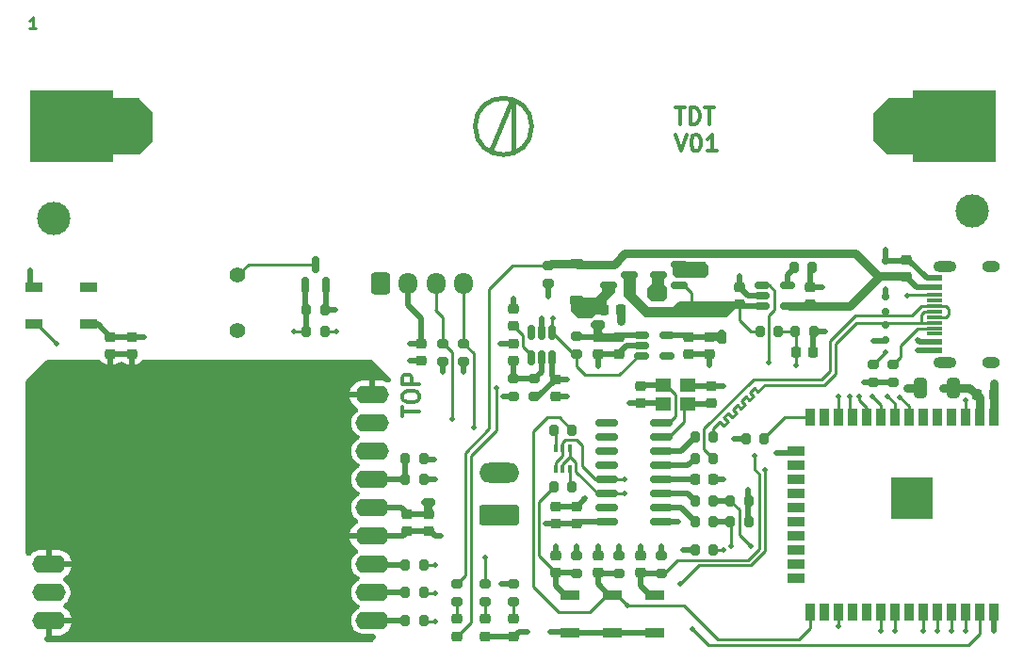
<source format=gbr>
%TF.GenerationSoftware,KiCad,Pcbnew,8.0.6-8.0.6-0~ubuntu24.04.1*%
%TF.CreationDate,2024-11-13T00:59:24+01:00*%
%TF.ProjectId,TinyTimer_V01,54696e79-5469-46d6-9572-5f5630312e6b,rev?*%
%TF.SameCoordinates,Original*%
%TF.FileFunction,Copper,L1,Top*%
%TF.FilePolarity,Positive*%
%FSLAX46Y46*%
G04 Gerber Fmt 4.6, Leading zero omitted, Abs format (unit mm)*
G04 Created by KiCad (PCBNEW 8.0.6-8.0.6-0~ubuntu24.04.1) date 2024-11-13 00:59:24*
%MOMM*%
%LPD*%
G01*
G04 APERTURE LIST*
G04 Aperture macros list*
%AMRoundRect*
0 Rectangle with rounded corners*
0 $1 Rounding radius*
0 $2 $3 $4 $5 $6 $7 $8 $9 X,Y pos of 4 corners*
0 Add a 4 corners polygon primitive as box body*
4,1,4,$2,$3,$4,$5,$6,$7,$8,$9,$2,$3,0*
0 Add four circle primitives for the rounded corners*
1,1,$1+$1,$2,$3*
1,1,$1+$1,$4,$5*
1,1,$1+$1,$6,$7*
1,1,$1+$1,$8,$9*
0 Add four rect primitives between the rounded corners*
20,1,$1+$1,$2,$3,$4,$5,0*
20,1,$1+$1,$4,$5,$6,$7,0*
20,1,$1+$1,$6,$7,$8,$9,0*
20,1,$1+$1,$8,$9,$2,$3,0*%
G04 Aperture macros list end*
%TA.AperFunction,NonConductor*%
%ADD10C,0.381000*%
%TD*%
%ADD11C,0.300000*%
%TA.AperFunction,NonConductor*%
%ADD12C,0.300000*%
%TD*%
%ADD13C,0.254000*%
%TA.AperFunction,NonConductor*%
%ADD14C,0.254000*%
%TD*%
%TA.AperFunction,SMDPad,CuDef*%
%ADD15RoundRect,0.200000X0.200000X0.275000X-0.200000X0.275000X-0.200000X-0.275000X0.200000X-0.275000X0*%
%TD*%
%TA.AperFunction,SMDPad,CuDef*%
%ADD16RoundRect,0.200000X-0.200000X-0.275000X0.200000X-0.275000X0.200000X0.275000X-0.200000X0.275000X0*%
%TD*%
%TA.AperFunction,SMDPad,CuDef*%
%ADD17RoundRect,0.200000X0.275000X-0.200000X0.275000X0.200000X-0.275000X0.200000X-0.275000X-0.200000X0*%
%TD*%
%TA.AperFunction,SMDPad,CuDef*%
%ADD18RoundRect,0.200000X-0.275000X0.200000X-0.275000X-0.200000X0.275000X-0.200000X0.275000X0.200000X0*%
%TD*%
%TA.AperFunction,ComponentPad*%
%ADD19C,3.000000*%
%TD*%
%TA.AperFunction,SMDPad,CuDef*%
%ADD20R,1.700000X0.900000*%
%TD*%
%TA.AperFunction,SMDPad,CuDef*%
%ADD21RoundRect,0.225000X-0.225000X-0.250000X0.225000X-0.250000X0.225000X0.250000X-0.225000X0.250000X0*%
%TD*%
%TA.AperFunction,SMDPad,CuDef*%
%ADD22RoundRect,0.150000X0.200000X-0.150000X0.200000X0.150000X-0.200000X0.150000X-0.200000X-0.150000X0*%
%TD*%
%TA.AperFunction,SMDPad,CuDef*%
%ADD23R,0.900000X1.500000*%
%TD*%
%TA.AperFunction,SMDPad,CuDef*%
%ADD24R,1.500000X0.900000*%
%TD*%
%TA.AperFunction,SMDPad,CuDef*%
%ADD25R,0.900000X0.900000*%
%TD*%
%TA.AperFunction,HeatsinkPad*%
%ADD26C,0.600000*%
%TD*%
%TA.AperFunction,SMDPad,CuDef*%
%ADD27R,3.800000X3.800000*%
%TD*%
%TA.AperFunction,SMDPad,CuDef*%
%ADD28RoundRect,0.225000X-0.250000X0.225000X-0.250000X-0.225000X0.250000X-0.225000X0.250000X0.225000X0*%
%TD*%
%TA.AperFunction,SMDPad,CuDef*%
%ADD29RoundRect,0.250000X0.325000X0.650000X-0.325000X0.650000X-0.325000X-0.650000X0.325000X-0.650000X0*%
%TD*%
%TA.AperFunction,SMDPad,CuDef*%
%ADD30RoundRect,0.218750X0.256250X-0.218750X0.256250X0.218750X-0.256250X0.218750X-0.256250X-0.218750X0*%
%TD*%
%TA.AperFunction,ComponentPad*%
%ADD31RoundRect,0.250000X1.550000X-0.650000X1.550000X0.650000X-1.550000X0.650000X-1.550000X-0.650000X0*%
%TD*%
%TA.AperFunction,ComponentPad*%
%ADD32O,3.600000X1.800000*%
%TD*%
%TA.AperFunction,SMDPad,CuDef*%
%ADD33RoundRect,0.225000X0.375000X-0.225000X0.375000X0.225000X-0.375000X0.225000X-0.375000X-0.225000X0*%
%TD*%
%TA.AperFunction,SMDPad,CuDef*%
%ADD34RoundRect,0.225000X0.250000X-0.225000X0.250000X0.225000X-0.250000X0.225000X-0.250000X-0.225000X0*%
%TD*%
%TA.AperFunction,ComponentPad*%
%ADD35RoundRect,0.250000X-0.600000X-0.725000X0.600000X-0.725000X0.600000X0.725000X-0.600000X0.725000X0*%
%TD*%
%TA.AperFunction,ComponentPad*%
%ADD36O,1.700000X1.950000*%
%TD*%
%TA.AperFunction,SMDPad,CuDef*%
%ADD37R,0.400000X0.650000*%
%TD*%
%TA.AperFunction,SMDPad,CuDef*%
%ADD38RoundRect,0.150000X0.825000X0.150000X-0.825000X0.150000X-0.825000X-0.150000X0.825000X-0.150000X0*%
%TD*%
%TA.AperFunction,SMDPad,CuDef*%
%ADD39R,7.460000X6.470000*%
%TD*%
%TA.AperFunction,SMDPad,CuDef*%
%ADD40R,1.400000X1.200000*%
%TD*%
%TA.AperFunction,SMDPad,CuDef*%
%ADD41R,1.450000X0.600000*%
%TD*%
%TA.AperFunction,SMDPad,CuDef*%
%ADD42R,1.450000X0.300000*%
%TD*%
%TA.AperFunction,ComponentPad*%
%ADD43O,2.100000X1.000000*%
%TD*%
%TA.AperFunction,ComponentPad*%
%ADD44O,1.600000X1.000000*%
%TD*%
%TA.AperFunction,ComponentPad*%
%ADD45O,3.000000X1.600000*%
%TD*%
%TA.AperFunction,SMDPad,CuDef*%
%ADD46O,3.000000X1.600000*%
%TD*%
%TA.AperFunction,SMDPad,CuDef*%
%ADD47RoundRect,0.150000X0.587500X0.150000X-0.587500X0.150000X-0.587500X-0.150000X0.587500X-0.150000X0*%
%TD*%
%TA.AperFunction,ComponentPad*%
%ADD48C,1.408000*%
%TD*%
%TA.AperFunction,SMDPad,CuDef*%
%ADD49RoundRect,0.150000X-0.200000X0.150000X-0.200000X-0.150000X0.200000X-0.150000X0.200000X0.150000X0*%
%TD*%
%TA.AperFunction,SMDPad,CuDef*%
%ADD50RoundRect,0.150000X-0.150000X0.512500X-0.150000X-0.512500X0.150000X-0.512500X0.150000X0.512500X0*%
%TD*%
%TA.AperFunction,SMDPad,CuDef*%
%ADD51RoundRect,0.150000X-0.587500X-0.150000X0.587500X-0.150000X0.587500X0.150000X-0.587500X0.150000X0*%
%TD*%
%TA.AperFunction,SMDPad,CuDef*%
%ADD52RoundRect,0.150000X-0.512500X-0.150000X0.512500X-0.150000X0.512500X0.150000X-0.512500X0.150000X0*%
%TD*%
%TA.AperFunction,SMDPad,CuDef*%
%ADD53RoundRect,0.150000X0.150000X-0.587500X0.150000X0.587500X-0.150000X0.587500X-0.150000X-0.587500X0*%
%TD*%
%TA.AperFunction,ViaPad*%
%ADD54C,0.508000*%
%TD*%
%TA.AperFunction,Conductor*%
%ADD55C,0.508000*%
%TD*%
%TA.AperFunction,Conductor*%
%ADD56C,0.762000*%
%TD*%
%TA.AperFunction,Conductor*%
%ADD57C,0.254000*%
%TD*%
%TA.AperFunction,Conductor*%
%ADD58C,0.200000*%
%TD*%
G04 APERTURE END LIST*
D10*
X44450000Y44704000D02*
X44450000Y49276000D01*
X46101000Y46990000D02*
G75*
G02*
X41021000Y46990000I-2540000J0D01*
G01*
X41021000Y46990000D02*
G75*
G02*
X46101000Y46990000I2540000J0D01*
G01*
X42418000Y44831000D02*
X44323000Y49276000D01*
D11*
D12*
X34495828Y20914226D02*
X34495828Y21771368D01*
X35995828Y21342797D02*
X34495828Y21342797D01*
X34495828Y22557083D02*
X34495828Y22842797D01*
X34495828Y22842797D02*
X34567257Y22985654D01*
X34567257Y22985654D02*
X34710114Y23128511D01*
X34710114Y23128511D02*
X34995828Y23199940D01*
X34995828Y23199940D02*
X35495828Y23199940D01*
X35495828Y23199940D02*
X35781542Y23128511D01*
X35781542Y23128511D02*
X35924400Y22985654D01*
X35924400Y22985654D02*
X35995828Y22842797D01*
X35995828Y22842797D02*
X35995828Y22557083D01*
X35995828Y22557083D02*
X35924400Y22414225D01*
X35924400Y22414225D02*
X35781542Y22271368D01*
X35781542Y22271368D02*
X35495828Y22199940D01*
X35495828Y22199940D02*
X34995828Y22199940D01*
X34995828Y22199940D02*
X34710114Y22271368D01*
X34710114Y22271368D02*
X34567257Y22414225D01*
X34567257Y22414225D02*
X34495828Y22557083D01*
X35995828Y23842797D02*
X34495828Y23842797D01*
X34495828Y23842797D02*
X34495828Y24414226D01*
X34495828Y24414226D02*
X34567257Y24557083D01*
X34567257Y24557083D02*
X34638685Y24628512D01*
X34638685Y24628512D02*
X34781542Y24699940D01*
X34781542Y24699940D02*
X34995828Y24699940D01*
X34995828Y24699940D02*
X35138685Y24628512D01*
X35138685Y24628512D02*
X35210114Y24557083D01*
X35210114Y24557083D02*
X35281542Y24414226D01*
X35281542Y24414226D02*
X35281542Y23842797D01*
D13*
D14*
X1560286Y55804188D02*
X979714Y55804188D01*
X1270000Y55804188D02*
X1270000Y56820188D01*
X1270000Y56820188D02*
X1173238Y56675045D01*
X1173238Y56675045D02*
X1076476Y56578283D01*
X1076476Y56578283D02*
X979714Y56529902D01*
D11*
D12*
X59014225Y48691088D02*
X59871368Y48691088D01*
X59442796Y47191088D02*
X59442796Y48691088D01*
X60371367Y47191088D02*
X60371367Y48691088D01*
X60371367Y48691088D02*
X60728510Y48691088D01*
X60728510Y48691088D02*
X60942796Y48619659D01*
X60942796Y48619659D02*
X61085653Y48476802D01*
X61085653Y48476802D02*
X61157082Y48333945D01*
X61157082Y48333945D02*
X61228510Y48048231D01*
X61228510Y48048231D02*
X61228510Y47833945D01*
X61228510Y47833945D02*
X61157082Y47548231D01*
X61157082Y47548231D02*
X61085653Y47405374D01*
X61085653Y47405374D02*
X60942796Y47262516D01*
X60942796Y47262516D02*
X60728510Y47191088D01*
X60728510Y47191088D02*
X60371367Y47191088D01*
X61657082Y48691088D02*
X62514225Y48691088D01*
X62085653Y47191088D02*
X62085653Y48691088D01*
X59014225Y46276172D02*
X59514225Y44776172D01*
X59514225Y44776172D02*
X60014225Y46276172D01*
X60799939Y46276172D02*
X60942796Y46276172D01*
X60942796Y46276172D02*
X61085653Y46204743D01*
X61085653Y46204743D02*
X61157082Y46133315D01*
X61157082Y46133315D02*
X61228510Y45990458D01*
X61228510Y45990458D02*
X61299939Y45704743D01*
X61299939Y45704743D02*
X61299939Y45347600D01*
X61299939Y45347600D02*
X61228510Y45061886D01*
X61228510Y45061886D02*
X61157082Y44919029D01*
X61157082Y44919029D02*
X61085653Y44847600D01*
X61085653Y44847600D02*
X60942796Y44776172D01*
X60942796Y44776172D02*
X60799939Y44776172D01*
X60799939Y44776172D02*
X60657082Y44847600D01*
X60657082Y44847600D02*
X60585653Y44919029D01*
X60585653Y44919029D02*
X60514224Y45061886D01*
X60514224Y45061886D02*
X60442796Y45347600D01*
X60442796Y45347600D02*
X60442796Y45704743D01*
X60442796Y45704743D02*
X60514224Y45990458D01*
X60514224Y45990458D02*
X60585653Y46133315D01*
X60585653Y46133315D02*
X60657082Y46204743D01*
X60657082Y46204743D02*
X60799939Y46276172D01*
X62728510Y44776172D02*
X61871367Y44776172D01*
X62299938Y44776172D02*
X62299938Y46276172D01*
X62299938Y46276172D02*
X62157081Y46061886D01*
X62157081Y46061886D02*
X62014224Y45919029D01*
X62014224Y45919029D02*
X61871367Y45847600D01*
D15*
%TO.P,R26,1*%
%TO.N,BUZZ_CTRL*%
X27495000Y28575000D03*
%TO.P,R26,2*%
%TO.N,Net-(Q3-G)*%
X25845000Y28575000D03*
%TD*%
D16*
%TO.P,R19,1*%
%TO.N,Net-(U4-{slash}SS)*%
X34735000Y5080000D03*
%TO.P,R19,2*%
%TO.N,{slash}SS*%
X36385000Y5080000D03*
%TD*%
D17*
%TO.P,R12,1*%
%TO.N,GND*%
X76835000Y23940000D03*
%TO.P,R12,2*%
%TO.N,Net-(J1-CC2)*%
X76835000Y25590000D03*
%TD*%
%TO.P,R24,1*%
%TO.N,VDD*%
X46355000Y22670000D03*
%TO.P,R24,2*%
%TO.N,Net-(U6-SENSE)*%
X46355000Y24320000D03*
%TD*%
D16*
%TO.P,R31,1*%
%TO.N,BATT_ADC*%
X69814075Y28575000D03*
%TO.P,R31,2*%
%TO.N,GND*%
X71464075Y28575000D03*
%TD*%
D18*
%TO.P,R16,1*%
%TO.N,USER_LED*%
X41910000Y5905000D03*
%TO.P,R16,2*%
%TO.N,Net-(D6-A)*%
X41910000Y4255000D03*
%TD*%
D16*
%TO.P,R22,1*%
%TO.N,Net-(U5-PROG)*%
X69660000Y34290000D03*
%TO.P,R22,2*%
%TO.N,GND*%
X71310000Y34290000D03*
%TD*%
%TO.P,R2,1*%
%TO.N,Net-(Q1B-C2)*%
X48070000Y19685000D03*
%TO.P,R2,2*%
%TO.N,BOOT0*%
X49720000Y19685000D03*
%TD*%
D15*
%TO.P,R32,1*%
%TO.N,Net-(U1-IO16)*%
X62420000Y8890000D03*
%TO.P,R32,2*%
%TO.N,+3V3*%
X60770000Y8890000D03*
%TD*%
D19*
%TO.P,TP20,1,1*%
%TO.N,GND*%
X85725000Y39370000D03*
%TD*%
D16*
%TO.P,R20,1*%
%TO.N,Net-(U4-MOSI)*%
X34735000Y2570000D03*
%TO.P,R20,2*%
%TO.N,MOSI*%
X36385000Y2570000D03*
%TD*%
D20*
%TO.P,SW2,1,A*%
%TO.N,BOOT0*%
X53340000Y4875000D03*
%TO.P,SW2,2,B*%
%TO.N,GND*%
X53340000Y1475000D03*
%TD*%
D21*
%TO.P,C3,1*%
%TO.N,Net-(U2-V3)*%
X60820000Y15240000D03*
%TO.P,C3,2*%
%TO.N,GND*%
X62370000Y15240000D03*
%TD*%
D16*
%TO.P,R30,1*%
%TO.N,+BATT*%
X66639075Y28575000D03*
%TO.P,R30,2*%
%TO.N,BATT_ADC*%
X68289075Y28575000D03*
%TD*%
D22*
%TO.P,D1,1,A1*%
%TO.N,GND*%
X77870000Y34863000D03*
%TO.P,D1,2,A2*%
%TO.N,VBUS*%
X77870000Y33463000D03*
%TD*%
D23*
%TO.P,U1,1,GND*%
%TO.N,GND*%
X87610000Y20815000D03*
%TO.P,U1,2,VDD*%
%TO.N,+3V3*%
X86340000Y20815000D03*
%TO.P,U1,3,EN*%
%TO.N,{slash}RESET*%
X85070000Y20815000D03*
%TO.P,U1,4,SENSOR_VP*%
%TO.N,unconnected-(U1-SENSOR_VP-Pad4)*%
X83800000Y20815000D03*
%TO.P,U1,5,SENSOR_VN*%
%TO.N,unconnected-(U1-SENSOR_VN-Pad5)*%
X82530000Y20815000D03*
%TO.P,U1,6,IO34*%
%TO.N,unconnected-(U1-IO34-Pad6)*%
X81260000Y20815000D03*
%TO.P,U1,7,IO35*%
%TO.N,BATT_ADC*%
X79990000Y20815000D03*
%TO.P,U1,8,IO32*%
%TO.N,USER_BUTTON*%
X78720000Y20815000D03*
%TO.P,U1,9,IO33*%
%TO.N,RSSI*%
X77450000Y20815000D03*
%TO.P,U1,10,IO25*%
%TO.N,SDA*%
X76180000Y20815000D03*
%TO.P,U1,11,IO26*%
%TO.N,SCL*%
X74910000Y20815000D03*
%TO.P,U1,12,IO27*%
%TO.N,BUZZ_CTRL*%
X73640000Y20815000D03*
%TO.P,U1,13,IO14*%
%TO.N,unconnected-(U1-IO14-Pad13)*%
X72370000Y20815000D03*
%TO.P,U1,14,IO12*%
%TO.N,Net-(U1-IO12)*%
X71100000Y20815000D03*
D24*
%TO.P,U1,15,GND*%
%TO.N,GND*%
X69850000Y17780000D03*
%TO.P,U1,16,IO13*%
%TO.N,unconnected-(U1-IO13-Pad16)*%
X69850000Y16510000D03*
%TO.P,U1,17,SHD/SD2*%
%TO.N,unconnected-(U1-SHD{slash}SD2-Pad17)*%
X69850000Y15240000D03*
%TO.P,U1,18,SWP/SD3*%
%TO.N,unconnected-(U1-SWP{slash}SD3-Pad18)*%
X69850000Y13970000D03*
%TO.P,U1,19,SCS/CMD*%
%TO.N,unconnected-(U1-SCS{slash}CMD-Pad19)*%
X69850000Y12700000D03*
%TO.P,U1,20,SCK/CLK*%
%TO.N,unconnected-(U1-SCK{slash}CLK-Pad20)*%
X69850000Y11430000D03*
%TO.P,U1,21,SDO/SD0*%
%TO.N,unconnected-(U1-SDO{slash}SD0-Pad21)*%
X69850000Y10160000D03*
%TO.P,U1,22,SDI/SD1*%
%TO.N,unconnected-(U1-SDI{slash}SD1-Pad22)*%
X69850000Y8890000D03*
%TO.P,U1,23,IO15*%
%TO.N,unconnected-(U1-IO15-Pad23)*%
X69850000Y7620000D03*
%TO.P,U1,24,IO2*%
%TO.N,unconnected-(U1-IO2-Pad24)*%
X69850000Y6350000D03*
D23*
%TO.P,U1,25,IO0*%
%TO.N,BOOT0*%
X71100000Y3315000D03*
%TO.P,U1,26,IO4*%
%TO.N,unconnected-(U1-IO4-Pad26)*%
X72370000Y3315000D03*
%TO.P,U1,27,IO16*%
%TO.N,Net-(U1-IO16)*%
X73640000Y3315000D03*
%TO.P,U1,28,IO17*%
%TO.N,unconnected-(U1-IO17-Pad28)*%
X74910000Y3315000D03*
%TO.P,U1,29,IO5*%
%TO.N,unconnected-(U1-IO5-Pad29)*%
X76180000Y3315000D03*
%TO.P,U1,30,IO18*%
%TO.N,LED_CTRL*%
X77450000Y3315000D03*
%TO.P,U1,31,IO19*%
%TO.N,MOSI*%
X78720000Y3315000D03*
%TO.P,U1,32,NC*%
%TO.N,unconnected-(U1-NC-Pad32)*%
X79990000Y3315000D03*
%TO.P,U1,33,IO21*%
%TO.N,USER_LED*%
X81260000Y3315000D03*
%TO.P,U1,34,RXD0/IO3*%
%TO.N,RXD0*%
X82530000Y3315000D03*
%TO.P,U1,35,TXD0/IO1*%
%TO.N,TXD0*%
X83800000Y3315000D03*
%TO.P,U1,36,IO22*%
%TO.N,{slash}SS*%
X85070000Y3315000D03*
%TO.P,U1,37,IO23*%
%TO.N,SCLK*%
X86340000Y3315000D03*
%TO.P,U1,38,GND*%
%TO.N,GND*%
X87610000Y3315000D03*
D25*
%TO.P,U1,39,GND*%
X81670000Y14965000D03*
D26*
X80970000Y14965000D03*
D25*
X80270000Y14965000D03*
D26*
X79570000Y14965000D03*
D25*
X78870000Y14965000D03*
D26*
X81670000Y14265000D03*
X80270000Y14265000D03*
X78870000Y14265000D03*
D25*
X81670000Y13565000D03*
D26*
X80970000Y13565000D03*
D25*
X80270000Y13565000D03*
D27*
X80270000Y13565000D03*
D26*
X79570000Y13565000D03*
D25*
X78870000Y13565000D03*
D26*
X81670000Y12865000D03*
X80270000Y12865000D03*
X78870000Y12865000D03*
D25*
X81670000Y12165000D03*
D26*
X80970000Y12165000D03*
D25*
X80270000Y12165000D03*
D26*
X79570000Y12165000D03*
D25*
X78870000Y12165000D03*
%TD*%
D18*
%TO.P,R15,1*%
%TO.N,+3V3*%
X44450000Y5905000D03*
%TO.P,R15,2*%
%TO.N,Net-(D5-A)*%
X44450000Y4255000D03*
%TD*%
D28*
%TO.P,C15,1*%
%TO.N,+3V3*%
X60204000Y28077000D03*
%TO.P,C15,2*%
%TO.N,GND*%
X60204000Y26527000D03*
%TD*%
D29*
%TO.P,C2,1*%
%TO.N,+3V3*%
X84025000Y23495000D03*
%TO.P,C2,2*%
%TO.N,GND*%
X81075000Y23495000D03*
%TD*%
D30*
%TO.P,D6,1,K*%
%TO.N,GND*%
X41910000Y1117500D03*
%TO.P,D6,2,A*%
%TO.N,Net-(D6-A)*%
X41910000Y2692500D03*
%TD*%
D16*
%TO.P,R3,1*%
%TO.N,RXD0*%
X63945000Y11430000D03*
%TO.P,R3,2*%
%TO.N,+3V3*%
X65595000Y11430000D03*
%TD*%
D31*
%TO.P,SW4,1,A*%
%TO.N,Net-(D4-K)*%
X43180000Y12065000D03*
D32*
%TO.P,SW4,2,B*%
%TO.N,VDD*%
X43180000Y15875000D03*
%TD*%
D33*
%TO.P,D4,1,K*%
%TO.N,Net-(D4-K)*%
X50165000Y31370000D03*
%TO.P,D4,2,A*%
%TO.N,VBUS*%
X50165000Y34670000D03*
%TD*%
D34*
%TO.P,C7,1*%
%TO.N,BOOT0*%
X52070000Y6845000D03*
%TO.P,C7,2*%
%TO.N,GND*%
X52070000Y8395000D03*
%TD*%
D35*
%TO.P,J3,1,Pin_1*%
%TO.N,GND*%
X32505000Y32893000D03*
D36*
%TO.P,J3,2,Pin_2*%
%TO.N,+3V3*%
X35005000Y32893000D03*
%TO.P,J3,3,Pin_3*%
%TO.N,SCL*%
X37505000Y32893000D03*
%TO.P,J3,4,Pin_4*%
%TO.N,SDA*%
X40005000Y32893000D03*
%TD*%
D18*
%TO.P,R11,1*%
%TO.N,+3V3*%
X57785000Y8445000D03*
%TO.P,R11,2*%
%TO.N,USER_BUTTON*%
X57785000Y6795000D03*
%TD*%
%TO.P,R34,1*%
%TO.N,VDD*%
X50165000Y28130000D03*
%TO.P,R34,2*%
%TO.N,{slash}EN_3V3*%
X50165000Y26480000D03*
%TD*%
%TO.P,R14,1*%
%TO.N,VBUS*%
X47625000Y34480000D03*
%TO.P,R14,2*%
%TO.N,GND*%
X47625000Y32830000D03*
%TD*%
D17*
%TO.P,R29,1*%
%TO.N,+3V3*%
X40005000Y25845000D03*
%TO.P,R29,2*%
%TO.N,SDA*%
X40005000Y27495000D03*
%TD*%
D15*
%TO.P,R1,1*%
%TO.N,Net-(Q1A-C1)*%
X49720000Y14605000D03*
%TO.P,R1,2*%
%TO.N,{slash}RESET*%
X48070000Y14605000D03*
%TD*%
D30*
%TO.P,D8,1,K*%
%TO.N,Net-(D8-K)*%
X39370000Y1117500D03*
%TO.P,D8,2,A*%
%TO.N,Net-(D8-A)*%
X39370000Y2692500D03*
%TD*%
D19*
%TO.P,TP19,1,1*%
%TO.N,GND*%
X3175000Y38735000D03*
%TD*%
D34*
%TO.P,C23,1*%
%TO.N,Net-(U6-CT)*%
X44450000Y29070000D03*
%TO.P,C23,2*%
%TO.N,GND*%
X44450000Y30620000D03*
%TD*%
D18*
%TO.P,R33,1*%
%TO.N,Net-(U6-SENSE)*%
X44450000Y24320000D03*
%TO.P,R33,2*%
%TO.N,GND*%
X44450000Y22670000D03*
%TD*%
D15*
%TO.P,R8,1*%
%TO.N,USB_DN*%
X62420000Y19050000D03*
%TO.P,R8,2*%
%TO.N,Net-(U2-UD-)*%
X60770000Y19050000D03*
%TD*%
D28*
%TO.P,C13,1*%
%TO.N,VDD*%
X52070000Y28080000D03*
%TO.P,C13,2*%
%TO.N,GND*%
X52070000Y26530000D03*
%TD*%
D24*
%TO.P,D7,1,VDD*%
%TO.N,+3V3*%
X6260000Y29210000D03*
%TO.P,D7,2,DOUT*%
%TO.N,unconnected-(D7-DOUT-Pad2)*%
X6260000Y32510000D03*
%TO.P,D7,3,VSS*%
%TO.N,GND*%
X1360000Y32510000D03*
%TO.P,D7,4,DIN*%
%TO.N,LED_CTRL*%
X1360000Y29210000D03*
%TD*%
D34*
%TO.P,C8,1*%
%TO.N,Net-(U2-XI)*%
X62230000Y22085000D03*
%TO.P,C8,2*%
%TO.N,GND*%
X62230000Y23635000D03*
%TD*%
D37*
%TO.P,Q1,1,E1*%
%TO.N,RTS*%
X49545000Y18095000D03*
%TO.P,Q1,2,B1*%
%TO.N,DTR*%
X48895000Y18095000D03*
%TO.P,Q1,3,C2*%
%TO.N,Net-(Q1B-C2)*%
X48245000Y18095000D03*
%TO.P,Q1,4,E2*%
%TO.N,DTR*%
X48245000Y16195000D03*
%TO.P,Q1,5,B2*%
%TO.N,RTS*%
X48895000Y16195000D03*
%TO.P,Q1,6,C1*%
%TO.N,Net-(Q1A-C1)*%
X49545000Y16195000D03*
%TD*%
D34*
%TO.P,C6,1*%
%TO.N,{slash}RESET*%
X48260000Y6845000D03*
%TO.P,C6,2*%
%TO.N,GND*%
X48260000Y8395000D03*
%TD*%
D38*
%TO.P,U2,1,GND*%
%TO.N,GND*%
X57765000Y11430000D03*
%TO.P,U2,2,TXD*%
%TO.N,Net-(U2-TXD)*%
X57765000Y12700000D03*
%TO.P,U2,3,RXD*%
%TO.N,Net-(U2-RXD)*%
X57765000Y13970000D03*
%TO.P,U2,4,V3*%
%TO.N,Net-(U2-V3)*%
X57765000Y15240000D03*
%TO.P,U2,5,UD+*%
%TO.N,Net-(U2-UD+)*%
X57765000Y16510000D03*
%TO.P,U2,6,UD-*%
%TO.N,Net-(U2-UD-)*%
X57765000Y17780000D03*
%TO.P,U2,7,XI*%
%TO.N,Net-(U2-XI)*%
X57765000Y19050000D03*
%TO.P,U2,8,XO*%
%TO.N,Net-(U2-XO)*%
X57765000Y20320000D03*
%TO.P,U2,9,~{CTS}*%
%TO.N,unconnected-(U2-~{CTS}-Pad9)*%
X52815000Y20320000D03*
%TO.P,U2,10,~{DSR}*%
%TO.N,unconnected-(U2-~{DSR}-Pad10)*%
X52815000Y19050000D03*
%TO.P,U2,11,~{RI}*%
%TO.N,unconnected-(U2-~{RI}-Pad11)*%
X52815000Y17780000D03*
%TO.P,U2,12,~{DCD}*%
%TO.N,unconnected-(U2-~{DCD}-Pad12)*%
X52815000Y16510000D03*
%TO.P,U2,13,~{DTR}*%
%TO.N,DTR*%
X52815000Y15240000D03*
%TO.P,U2,14,~{RTS}*%
%TO.N,RTS*%
X52815000Y13970000D03*
%TO.P,U2,15,R232*%
%TO.N,unconnected-(U2-R232-Pad15)*%
X52815000Y12700000D03*
%TO.P,U2,16,VCC*%
%TO.N,+3V3*%
X52815000Y11430000D03*
%TD*%
D15*
%TO.P,R17,1*%
%TO.N,Net-(U1-IO12)*%
X66992000Y18923000D03*
%TO.P,R17,2*%
%TO.N,GND*%
X65342000Y18923000D03*
%TD*%
D39*
%TO.P,BT1,N*%
%TO.N,Net-(Q4-D)*%
X4780000Y46990000D03*
%TO.P,BT1,P*%
%TO.N,+BATT*%
X84120000Y46990000D03*
%TD*%
D28*
%TO.P,C17,1*%
%TO.N,+3V3*%
X34925000Y12145000D03*
%TO.P,C17,2*%
%TO.N,GND*%
X34925000Y10595000D03*
%TD*%
D18*
%TO.P,R10,1*%
%TO.N,+3V3*%
X53975000Y8445000D03*
%TO.P,R10,2*%
%TO.N,BOOT0*%
X53975000Y6795000D03*
%TD*%
D34*
%TO.P,C11,1*%
%TO.N,VBUS*%
X79790000Y33445000D03*
%TO.P,C11,2*%
%TO.N,GND*%
X79790000Y34995000D03*
%TD*%
D16*
%TO.P,R4,1*%
%TO.N,TXD0*%
X63945000Y13335000D03*
%TO.P,R4,2*%
%TO.N,+3V3*%
X65595000Y13335000D03*
%TD*%
D28*
%TO.P,C16,1*%
%TO.N,+3V3*%
X62103000Y28080000D03*
%TO.P,C16,2*%
%TO.N,GND*%
X62103000Y26530000D03*
%TD*%
D30*
%TO.P,D5,1,K*%
%TO.N,GND*%
X44450000Y1117500D03*
%TO.P,D5,2,A*%
%TO.N,Net-(D5-A)*%
X44450000Y2692500D03*
%TD*%
D40*
%TO.P,Y1,1,1*%
%TO.N,GND*%
X57955000Y22010000D03*
%TO.P,Y1,2,2*%
%TO.N,Net-(U2-XI)*%
X60155000Y22010000D03*
%TO.P,Y1,3,3*%
%TO.N,GND*%
X60155000Y23710000D03*
%TO.P,Y1,4,4*%
%TO.N,Net-(U2-XO)*%
X57955000Y23710000D03*
%TD*%
D28*
%TO.P,C24,1*%
%TO.N,VDD*%
X48260000Y24270000D03*
%TO.P,C24,2*%
%TO.N,GND*%
X48260000Y22720000D03*
%TD*%
D34*
%TO.P,C21,1*%
%TO.N,Net-(U6-SENSE)*%
X44450000Y25895000D03*
%TO.P,C21,2*%
%TO.N,GND*%
X44450000Y27445000D03*
%TD*%
D22*
%TO.P,D2,1,A1*%
%TO.N,GND*%
X77870000Y31690000D03*
%TO.P,D2,2,A2*%
%TO.N,USB_DP*%
X77870000Y30290000D03*
%TD*%
D16*
%TO.P,R7,1*%
%TO.N,Net-(U2-RXD)*%
X60770000Y13335000D03*
%TO.P,R7,2*%
%TO.N,TXD0*%
X62420000Y13335000D03*
%TD*%
D41*
%TO.P,J1,A1,GND*%
%TO.N,GND*%
X82315000Y26845000D03*
%TO.P,J1,A4,VBUS*%
%TO.N,VBUS*%
X82315000Y27645000D03*
D42*
%TO.P,J1,A5,CC1*%
%TO.N,Net-(J1-CC1)*%
X82315000Y28845000D03*
%TO.P,J1,A6,D+*%
%TO.N,USB_DP*%
X82315000Y29845000D03*
%TO.P,J1,A7,D-*%
%TO.N,USB_DN*%
X82315000Y30345000D03*
%TO.P,J1,A8,SBU1*%
%TO.N,unconnected-(J1-SBU1-PadA8)*%
X82315000Y31345000D03*
D41*
%TO.P,J1,A9,VBUS*%
%TO.N,VBUS*%
X82315000Y32545000D03*
%TO.P,J1,A12,GND*%
%TO.N,GND*%
X82315000Y33345000D03*
%TO.P,J1,B1,GND*%
X82315000Y33345000D03*
%TO.P,J1,B4,VBUS*%
%TO.N,VBUS*%
X82315000Y32545000D03*
D42*
%TO.P,J1,B5,CC2*%
%TO.N,Net-(J1-CC2)*%
X82315000Y31845000D03*
%TO.P,J1,B6,D+*%
%TO.N,USB_DP*%
X82315000Y30845000D03*
%TO.P,J1,B7,D-*%
%TO.N,USB_DN*%
X82315000Y29345000D03*
%TO.P,J1,B8,SBU2*%
%TO.N,unconnected-(J1-SBU2-PadB8)*%
X82315000Y28345000D03*
D41*
%TO.P,J1,B9,VBUS*%
%TO.N,VBUS*%
X82315000Y27645000D03*
%TO.P,J1,B12,GND*%
%TO.N,GND*%
X82315000Y26845000D03*
D43*
%TO.P,J1,S1,SHIELD*%
X83230000Y25775000D03*
D44*
X87410000Y25775000D03*
D43*
X83230000Y34415000D03*
D44*
X87410000Y34415000D03*
%TD*%
D15*
%TO.P,R6,1*%
%TO.N,USB_DP*%
X62420000Y17145000D03*
%TO.P,R6,2*%
%TO.N,Net-(U2-UD+)*%
X60770000Y17145000D03*
%TD*%
D18*
%TO.P,R9,1*%
%TO.N,+3V3*%
X50165000Y8445000D03*
%TO.P,R9,2*%
%TO.N,{slash}RESET*%
X50165000Y6795000D03*
%TD*%
D17*
%TO.P,R13,1*%
%TO.N,GND*%
X78613000Y23946000D03*
%TO.P,R13,2*%
%TO.N,Net-(J1-CC1)*%
X78613000Y25596000D03*
%TD*%
D45*
%TO.P,U4,1,GND*%
%TO.N,GND*%
X31750000Y22860000D03*
%TO.P,U4,2,Video*%
%TO.N,unconnected-(U4-Video-Pad2)*%
X31750000Y20320000D03*
%TO.P,U4,3,A6.5m*%
%TO.N,unconnected-(U4-A6.5m-Pad3)*%
X31750000Y17780000D03*
%TO.P,U4,4,RSSI*%
%TO.N,Net-(U4-RSSI)*%
X31750000Y15240000D03*
%TO.P,U4,5,5V*%
%TO.N,+3V3*%
X31750000Y12700000D03*
%TO.P,U4,6,GND*%
%TO.N,GND*%
X31750000Y10160000D03*
%TO.P,U4,7,SCLK*%
%TO.N,Net-(U4-SCLK)*%
X31750000Y7620000D03*
%TO.P,U4,8,/SS*%
%TO.N,Net-(U4-{slash}SS)*%
X31750000Y5080000D03*
%TO.P,U4,9,MOSI*%
%TO.N,Net-(U4-MOSI)*%
X31750000Y2540000D03*
%TO.P,U4,10,GND*%
%TO.N,GND*%
X2750000Y7620000D03*
D46*
%TO.P,U4,11,ANT*%
%TO.N,unconnected-(U4-ANT-Pad11)*%
X2750000Y5080000D03*
D45*
%TO.P,U4,12,GND*%
%TO.N,GND*%
X2750000Y2540000D03*
%TD*%
D47*
%TO.P,Q4,1,G*%
%TO.N,+BATT*%
X59357500Y32705000D03*
%TO.P,Q4,2,S*%
%TO.N,GND*%
X59357500Y34605000D03*
%TO.P,Q4,3,D*%
%TO.N,Net-(Q4-D)*%
X57482500Y33655000D03*
%TD*%
D48*
%TO.P,LS1,N*%
%TO.N,Net-(Q3-D)*%
X19685000Y33615000D03*
%TO.P,LS1,P*%
%TO.N,+3V3*%
X19685000Y28615000D03*
%TD*%
D49*
%TO.P,D3,1,A1*%
%TO.N,GND*%
X77870000Y27750000D03*
%TO.P,D3,2,A2*%
%TO.N,USB_DN*%
X77870000Y29150000D03*
%TD*%
D34*
%TO.P,C4,1*%
%TO.N,+3V3*%
X48260000Y11290000D03*
%TO.P,C4,2*%
%TO.N,GND*%
X48260000Y12840000D03*
%TD*%
D21*
%TO.P,C1,1*%
%TO.N,+3V3*%
X86093000Y22860000D03*
%TO.P,C1,2*%
%TO.N,GND*%
X87643000Y22860000D03*
%TD*%
D50*
%TO.P,U6,1,~{RESET}*%
%TO.N,{slash}EN_3V3*%
X47940000Y28442500D03*
%TO.P,U6,2,GND*%
%TO.N,GND*%
X46990000Y28442500D03*
%TO.P,U6,3,~{MR}*%
%TO.N,unconnected-(U6-~{MR}-Pad3)*%
X46040000Y28442500D03*
%TO.P,U6,4,CT*%
%TO.N,Net-(U6-CT)*%
X46040000Y26167500D03*
%TO.P,U6,5,SENSE*%
%TO.N,Net-(U6-SENSE)*%
X46990000Y26167500D03*
%TO.P,U6,6,VDD*%
%TO.N,VDD*%
X47940000Y26167500D03*
%TD*%
D28*
%TO.P,C27,1*%
%TO.N,+3V3*%
X36195000Y27445000D03*
%TO.P,C27,2*%
%TO.N,GND*%
X36195000Y25895000D03*
%TD*%
D15*
%TO.P,R27,1*%
%TO.N,GND*%
X27495000Y30480000D03*
%TO.P,R27,2*%
%TO.N,Net-(Q3-G)*%
X25845000Y30480000D03*
%TD*%
D20*
%TO.P,SW1,1,A*%
%TO.N,{slash}RESET*%
X49530000Y4875000D03*
%TO.P,SW1,2,B*%
%TO.N,GND*%
X49530000Y1475000D03*
%TD*%
D28*
%TO.P,C9,1*%
%TO.N,Net-(U2-XO)*%
X55880000Y23635000D03*
%TO.P,C9,2*%
%TO.N,GND*%
X55880000Y22085000D03*
%TD*%
D16*
%TO.P,R25,1*%
%TO.N,Net-(U4-RSSI)*%
X34735000Y15240000D03*
%TO.P,R25,2*%
%TO.N,RSSI*%
X36385000Y15240000D03*
%TD*%
D20*
%TO.P,SW3,1,A*%
%TO.N,USER_BUTTON*%
X57150000Y4875000D03*
%TO.P,SW3,2,B*%
%TO.N,GND*%
X57150000Y1475000D03*
%TD*%
D51*
%TO.P,Q2,1,G*%
%TO.N,VBUS*%
X53037500Y34605000D03*
%TO.P,Q2,2,S*%
%TO.N,Net-(D4-K)*%
X53037500Y32705000D03*
%TO.P,Q2,3,D*%
%TO.N,+BATT*%
X54912500Y33655000D03*
%TD*%
D52*
%TO.P,U5,1,~{CHRG}*%
%TO.N,Net-(D8-K)*%
X66807500Y32700000D03*
%TO.P,U5,2,GND*%
%TO.N,GND*%
X66807500Y31750000D03*
%TO.P,U5,3,BAT*%
%TO.N,+BATT*%
X66807500Y30800000D03*
%TO.P,U5,4,V_{CC}*%
%TO.N,VBUS*%
X69082500Y30800000D03*
%TO.P,U5,5,PROG*%
%TO.N,Net-(U5-PROG)*%
X69082500Y32700000D03*
%TD*%
D17*
%TO.P,R28,1*%
%TO.N,+3V3*%
X38100000Y25845000D03*
%TO.P,R28,2*%
%TO.N,SCL*%
X38100000Y27495000D03*
%TD*%
D52*
%TO.P,U3,1,IN*%
%TO.N,VDD*%
X56012500Y28255000D03*
%TO.P,U3,2,GND*%
%TO.N,GND*%
X56012500Y27305000D03*
%TO.P,U3,3,EN*%
%TO.N,{slash}EN_3V3*%
X56012500Y26355000D03*
%TO.P,U3,4,NC*%
%TO.N,unconnected-(U3-NC-Pad4)*%
X58287500Y26355000D03*
%TO.P,U3,5,OUT*%
%TO.N,+3V3*%
X58287500Y28255000D03*
%TD*%
D16*
%TO.P,R5,1*%
%TO.N,Net-(U2-TXD)*%
X60770000Y11430000D03*
%TO.P,R5,2*%
%TO.N,RXD0*%
X62420000Y11430000D03*
%TD*%
D34*
%TO.P,C10,1*%
%TO.N,USER_BUTTON*%
X55880000Y6845000D03*
%TO.P,C10,2*%
%TO.N,GND*%
X55880000Y8395000D03*
%TD*%
%TO.P,C19,1*%
%TO.N,VBUS*%
X71120000Y30975000D03*
%TO.P,C19,2*%
%TO.N,GND*%
X71120000Y32525000D03*
%TD*%
D21*
%TO.P,C20,1*%
%TO.N,BATT_ADC*%
X69864075Y26670000D03*
%TO.P,C20,2*%
%TO.N,GND*%
X71414075Y26670000D03*
%TD*%
%TO.P,C12,1*%
%TO.N,Net-(D4-K)*%
X52565000Y30480000D03*
%TO.P,C12,2*%
%TO.N,GND*%
X54115000Y30480000D03*
%TD*%
D28*
%TO.P,C22,1*%
%TO.N,+3V3*%
X10160000Y28080000D03*
%TO.P,C22,2*%
%TO.N,GND*%
X10160000Y26530000D03*
%TD*%
%TO.P,C14,1*%
%TO.N,VDD*%
X53975000Y28077000D03*
%TO.P,C14,2*%
%TO.N,GND*%
X53975000Y26527000D03*
%TD*%
D18*
%TO.P,R23,1*%
%TO.N,VBUS*%
X39370000Y5905000D03*
%TO.P,R23,2*%
%TO.N,Net-(D8-A)*%
X39370000Y4255000D03*
%TD*%
D16*
%TO.P,R18,1*%
%TO.N,Net-(U4-SCLK)*%
X34735000Y7590000D03*
%TO.P,R18,2*%
%TO.N,SCLK*%
X36385000Y7590000D03*
%TD*%
D34*
%TO.P,C5,1*%
%TO.N,+3V3*%
X50165000Y11290000D03*
%TO.P,C5,2*%
%TO.N,GND*%
X50165000Y12840000D03*
%TD*%
D16*
%TO.P,R21,1*%
%TO.N,Net-(U4-RSSI)*%
X34735000Y17145000D03*
%TO.P,R21,2*%
%TO.N,GND*%
X36385000Y17145000D03*
%TD*%
D53*
%TO.P,Q3,1,G*%
%TO.N,Net-(Q3-G)*%
X25720000Y32717500D03*
%TO.P,Q3,2,S*%
%TO.N,GND*%
X27620000Y32717500D03*
%TO.P,Q3,3,D*%
%TO.N,Net-(Q3-D)*%
X26670000Y34592500D03*
%TD*%
D28*
%TO.P,C25,1*%
%TO.N,+3V3*%
X36830000Y12145000D03*
%TO.P,C25,2*%
%TO.N,GND*%
X36830000Y10595000D03*
%TD*%
%TO.P,C26,1*%
%TO.N,+3V3*%
X8255000Y28080000D03*
%TO.P,C26,2*%
%TO.N,GND*%
X8255000Y26530000D03*
%TD*%
D34*
%TO.P,C18,1*%
%TO.N,+BATT*%
X64770000Y30975000D03*
%TO.P,C18,2*%
%TO.N,GND*%
X64770000Y32525000D03*
%TD*%
D54*
%TO.N,+3V3*%
X43371000Y5905000D03*
X57785000Y9271000D03*
X53975000Y9271000D03*
X35179000Y27432000D03*
X63246000Y27686000D03*
X65532000Y14351000D03*
X38100000Y24892000D03*
X36449000Y13208000D03*
X40005000Y24892000D03*
X59690000Y8890000D03*
X50165000Y9271000D03*
X63246000Y28448000D03*
X83058000Y23495000D03*
X37211000Y13208000D03*
X11303000Y28067000D03*
X47371000Y11303000D03*
%TO.N,GND*%
X47625000Y31687000D03*
X1905000Y9525000D03*
X12700000Y20320000D03*
X29210000Y20320000D03*
X5080000Y2540000D03*
X21590000Y1270000D03*
X27305000Y1270000D03*
X72263000Y32512000D03*
X10160000Y1270000D03*
X46990000Y29718000D03*
X29210000Y16510000D03*
X6350000Y25400000D03*
X43307000Y27432000D03*
X59309000Y11430000D03*
X4445000Y1270000D03*
X5080000Y6350000D03*
X3810000Y9525000D03*
X2540000Y25400000D03*
X17780000Y1270000D03*
X7620000Y10160000D03*
X54864000Y22098000D03*
X27940000Y20320000D03*
X17780000Y20320000D03*
X15240000Y7620000D03*
X61595000Y33782000D03*
X37338000Y17078000D03*
X10160000Y2540000D03*
X29210000Y22225000D03*
X25400000Y25400000D03*
X15875000Y1270000D03*
X1270000Y22225000D03*
X12700000Y5080000D03*
X37973000Y10160000D03*
X8255000Y1270000D03*
X25400000Y2540000D03*
X23495000Y25400000D03*
X10160000Y25400000D03*
X87630000Y23876000D03*
X1270000Y16510000D03*
X12700000Y10160000D03*
X25400000Y1270000D03*
X1270000Y12700000D03*
X15240000Y12700000D03*
X15240000Y17780000D03*
X25400000Y22860000D03*
X27305000Y25400000D03*
X62103000Y25527000D03*
X15240000Y2540000D03*
X20320000Y22860000D03*
X54102000Y29464000D03*
X20320000Y12700000D03*
X25400000Y12700000D03*
X13970000Y1270000D03*
X60960000Y34417000D03*
X61595000Y34417000D03*
X52070000Y9271000D03*
X7620000Y5080000D03*
X22860000Y10160000D03*
X17780000Y25400000D03*
X21590000Y25400000D03*
X2540000Y20320000D03*
X10160000Y22860000D03*
X29210000Y6985000D03*
X76835000Y27686000D03*
X23495000Y1270000D03*
X1016000Y8890000D03*
X13970000Y25400000D03*
X29210000Y25400000D03*
X48260000Y9271000D03*
X43497000Y22670000D03*
X49276000Y22733000D03*
X47752000Y1524000D03*
X19685000Y25400000D03*
X12700000Y15240000D03*
X22860000Y15240000D03*
X29210000Y24130000D03*
X60960000Y33782000D03*
X45720000Y1524000D03*
X20320000Y7620000D03*
X63373000Y23622000D03*
X2794000Y1016000D03*
X8255000Y25400000D03*
X31750000Y24765000D03*
X15875000Y25400000D03*
X29210000Y10795000D03*
X17780000Y15240000D03*
X22860000Y20320000D03*
X64262000Y18923000D03*
X72517000Y28575000D03*
X29210000Y3175000D03*
X20320000Y17780000D03*
X50927000Y13589000D03*
X27940000Y15240000D03*
X77870000Y35943000D03*
X5080000Y17780000D03*
X5080000Y8255000D03*
X87630000Y1651000D03*
X12065000Y25400000D03*
X64770000Y33528000D03*
X10160000Y7620000D03*
X19685000Y1270000D03*
X10160000Y12700000D03*
X4445000Y25400000D03*
X79883000Y23495000D03*
X20320000Y2540000D03*
X1270000Y20320000D03*
X63373000Y15240000D03*
X31623000Y1016000D03*
X25400000Y7620000D03*
X22860000Y5080000D03*
X6350000Y1270000D03*
X52070000Y25400000D03*
X68072000Y17653000D03*
X1016000Y34035000D03*
X27940000Y10160000D03*
X2540000Y10160000D03*
X5080000Y12700000D03*
X29210000Y5080000D03*
X2540000Y15240000D03*
X29210000Y1270000D03*
X1270000Y14605000D03*
X77870000Y32387000D03*
X35179000Y25908000D03*
X29210000Y8890000D03*
X7620000Y15240000D03*
X10160000Y17780000D03*
X15240000Y22860000D03*
X7620000Y20320000D03*
X1270000Y10795000D03*
X80772000Y26837000D03*
X5080000Y22860000D03*
X55880000Y9271000D03*
X75946000Y24009000D03*
X29210000Y14605000D03*
X12065000Y1270000D03*
X17780000Y5080000D03*
X29210000Y18415000D03*
X44450000Y31496000D03*
X25400000Y17780000D03*
X28448000Y30480000D03*
X29210000Y12700000D03*
X1270000Y24130000D03*
X1270000Y18415000D03*
X5080000Y4445000D03*
X27940000Y5080000D03*
X17780000Y10160000D03*
X30607000Y25400000D03*
%TO.N,{slash}RESET*%
X85090000Y22352000D03*
X67056000Y16129000D03*
X59436000Y5842000D03*
X48260000Y5715000D03*
%TO.N,BOOT0*%
X54737000Y3937000D03*
%TO.N,USER_BUTTON*%
X78105000Y22733000D03*
X66167000Y17399000D03*
%TO.N,VBUS*%
X80772000Y32514000D03*
X80772000Y27815000D03*
%TO.N,VDD*%
X51054000Y28080000D03*
X49276000Y24257000D03*
X52451000Y29210000D03*
X51689000Y29210000D03*
%TO.N,+BATT*%
X78105000Y46990000D03*
X79375000Y46990000D03*
X78105000Y48260000D03*
X63373000Y30861000D03*
X62738000Y30861000D03*
X78105000Y45720000D03*
X79375000Y45720000D03*
X62738000Y30226000D03*
X63373000Y30226000D03*
X79375000Y48260000D03*
%TO.N,Net-(Q4-D)*%
X57785000Y32385000D03*
X9525000Y46990000D03*
X57785000Y31623000D03*
X10795000Y48260000D03*
X9525000Y45720000D03*
X9525000Y48260000D03*
X10795000Y45720000D03*
X10795000Y46990000D03*
X57023000Y32385000D03*
X57023000Y31623000D03*
%TO.N,Net-(D8-K)*%
X42926000Y23495000D03*
X67437000Y25781000D03*
%TO.N,Net-(J1-CC2)*%
X79883000Y31750000D03*
X77915000Y26670000D03*
%TO.N,RTS*%
X54483000Y13970000D03*
%TO.N,DTR*%
X54483000Y15240000D03*
%TO.N,RXD0*%
X64008000Y9271000D03*
X82550000Y1651000D03*
%TO.N,TXD0*%
X65786000Y9271000D03*
X83820000Y1651000D03*
%TO.N,USER_LED*%
X81280000Y1651000D03*
X41910000Y8255000D03*
%TO.N,SCLK*%
X60579000Y1778000D03*
X37465000Y7523000D03*
%TO.N,{slash}SS*%
X37465000Y4983000D03*
X85090000Y1651000D03*
%TO.N,MOSI*%
X37465000Y2443000D03*
X78740000Y1651000D03*
%TO.N,RSSI*%
X37465000Y15240000D03*
X76708000Y22733000D03*
%TO.N,BATT_ADC*%
X79184500Y22669500D03*
X69850000Y25527000D03*
%TO.N,Net-(Q3-G)*%
X24765000Y28575000D03*
%TO.N,BUZZ_CTRL*%
X73640000Y22733000D03*
X28575000Y28575000D03*
%TO.N,LED_CTRL*%
X3429000Y27431000D03*
X77470000Y1651000D03*
%TO.N,SCL*%
X74676000Y22733000D03*
X38989000Y20701000D03*
%TO.N,SDA*%
X75565000Y22733000D03*
X40894000Y19939000D03*
%TO.N,Net-(U1-IO16)*%
X63373000Y8890000D03*
X73660000Y2032000D03*
%TO.N,{slash}EN_3V3*%
X48006000Y29718000D03*
%TO.N,Net-(D4-K)*%
X51054000Y30099000D03*
X50419000Y30099000D03*
%TD*%
D55*
%TO.N,+3V3*%
X47384000Y11290000D02*
X47371000Y11303000D01*
X10160000Y28080000D02*
X8255000Y28080000D01*
X11303000Y28067000D02*
X10173000Y28067000D01*
D56*
X84025000Y23495000D02*
X85458000Y23495000D01*
D55*
X50305000Y11430000D02*
X50165000Y11290000D01*
X65595000Y11430000D02*
X65532000Y11493000D01*
X52815000Y11430000D02*
X50305000Y11430000D01*
X65532000Y13272000D02*
X65595000Y13335000D01*
X65595000Y13335000D02*
X65595000Y13399000D01*
X43371000Y5905000D02*
X44450000Y5905000D01*
X57785000Y8445000D02*
X57785000Y9271000D01*
X36195000Y27445000D02*
X36195000Y27432000D01*
X36195000Y29718000D02*
X35005000Y30908000D01*
X36195000Y27445000D02*
X36195000Y29718000D01*
X50165000Y8445000D02*
X50165000Y9271000D01*
X34972000Y12145000D02*
X34417000Y12700000D01*
X48260000Y11290000D02*
X50165000Y11290000D01*
X35085000Y12145000D02*
X34972000Y12145000D01*
D56*
X84025000Y23495000D02*
X83058000Y23495000D01*
D55*
X7125000Y29210000D02*
X8255000Y28080000D01*
D56*
X86340000Y22613000D02*
X86093000Y22860000D01*
X86340000Y20820000D02*
X86340000Y22613000D01*
D55*
X34417000Y12700000D02*
X31750000Y12700000D01*
X36182000Y27432000D02*
X36195000Y27445000D01*
X58166500Y28252000D02*
X60029000Y28252000D01*
X40005000Y25845000D02*
X40005000Y24892000D01*
X36195000Y27445000D02*
X36208000Y27445000D01*
X36309000Y27445000D02*
X36195000Y27445000D01*
X6260000Y29210000D02*
X7125000Y29210000D01*
X60204000Y28077000D02*
X62109000Y28077000D01*
X65532000Y11493000D02*
X65532000Y13272000D01*
X65595000Y13399000D02*
X65532000Y13462000D01*
X38100000Y25845000D02*
X38100000Y24892000D01*
X60029000Y28252000D02*
X60204000Y28077000D01*
X60770000Y8890000D02*
X59690000Y8890000D01*
X35005000Y30908000D02*
X35005000Y32893000D01*
D56*
X85458000Y23495000D02*
X86093000Y22860000D01*
D55*
X48260000Y11290000D02*
X47384000Y11290000D01*
X36990000Y12145000D02*
X35085000Y12145000D01*
X35179000Y27432000D02*
X36182000Y27432000D01*
X10173000Y28067000D02*
X10160000Y28080000D01*
X53975000Y8445000D02*
X53975000Y9271000D01*
X65532000Y13462000D02*
X65532000Y14351000D01*
X38100000Y25845000D02*
X37909000Y25845000D01*
%TO.N,GND*%
X44450000Y27445000D02*
X43320000Y27445000D01*
X49481000Y1524000D02*
X47752000Y1524000D01*
X36195000Y25895000D02*
X36195000Y25908000D01*
X78613000Y23946000D02*
X78804000Y23946000D01*
X50178000Y12840000D02*
X50927000Y13589000D01*
X71464075Y28575000D02*
X72517000Y28575000D01*
X43497000Y22670000D02*
X44450000Y22670000D01*
X76835000Y23946000D02*
X76772000Y24009000D01*
X35179000Y25908000D02*
X36182000Y25908000D01*
X64262000Y18923000D02*
X65342000Y18923000D01*
X69723000Y17653000D02*
X69850000Y17780000D01*
X71310000Y34290000D02*
X71310000Y34226000D01*
X51919000Y26527000D02*
X53854000Y26527000D01*
X48260000Y12840000D02*
X50165000Y12840000D01*
D56*
X54115000Y29477000D02*
X54102000Y29464000D01*
D55*
X68072000Y17653000D02*
X69723000Y17653000D01*
X62109000Y25533000D02*
X62103000Y25527000D01*
X79940000Y34995000D02*
X79790000Y34995000D01*
X48260000Y22720000D02*
X49263000Y22720000D01*
X37973000Y10160000D02*
X37425000Y10160000D01*
X34979000Y10595000D02*
X34544000Y10160000D01*
X36990000Y10595000D02*
X35085000Y10595000D01*
X79715000Y34920000D02*
X79790000Y34995000D01*
X81590000Y33345000D02*
X79940000Y34995000D01*
X55880000Y22085000D02*
X57880000Y22085000D01*
X44450000Y1117500D02*
X44551500Y1117500D01*
D56*
X87610000Y22827000D02*
X87643000Y22860000D01*
D55*
X71414075Y26670000D02*
X71414075Y28525000D01*
X54629000Y27302000D02*
X53854000Y26527000D01*
X44551500Y1117500D02*
X44958000Y1524000D01*
D56*
X81075000Y23495000D02*
X79883000Y23495000D01*
D55*
X52070000Y8395000D02*
X52070000Y9271000D01*
X72250000Y32525000D02*
X72263000Y32512000D01*
X60230000Y23635000D02*
X60155000Y23710000D01*
X77870000Y27750000D02*
X77870000Y27688000D01*
X77870000Y32387000D02*
X77870000Y31690000D01*
X77870000Y34863000D02*
X77927000Y34920000D01*
X50165000Y12840000D02*
X50178000Y12840000D01*
X63360000Y23635000D02*
X63373000Y23622000D01*
X62109000Y26527000D02*
X62109000Y25533000D01*
X36456000Y17078000D02*
X36389000Y17145000D01*
X77806000Y27686000D02*
X76835000Y27686000D01*
X71120000Y32525000D02*
X72250000Y32525000D01*
X55880000Y22085000D02*
X54877000Y22085000D01*
X48260000Y8395000D02*
X48260000Y9271000D01*
X27620000Y30605000D02*
X27495000Y30480000D01*
X80772000Y26837000D02*
X82315000Y26837000D01*
X87630000Y1651000D02*
X87630000Y3300000D01*
X10160000Y26530000D02*
X10160000Y25400000D01*
X44450000Y1117500D02*
X41910000Y1117500D01*
X87770000Y22860000D02*
X87630000Y22720000D01*
D56*
X87643000Y22860000D02*
X87643000Y23863000D01*
D55*
X60204000Y26527000D02*
X62109000Y26527000D01*
X77870000Y35943000D02*
X77870000Y34954000D01*
X76772000Y24009000D02*
X75946000Y24009000D01*
X49530000Y1475000D02*
X57150000Y1475000D01*
X49263000Y22720000D02*
X49276000Y22733000D01*
X36182000Y25908000D02*
X36195000Y25895000D01*
X47625000Y32640000D02*
X47625000Y31687000D01*
X8255000Y26530000D02*
X8255000Y25400000D01*
X35085000Y10595000D02*
X34979000Y10595000D01*
D56*
X87643000Y23863000D02*
X87630000Y23876000D01*
D55*
X71120000Y34036000D02*
X71120000Y32525000D01*
X77870000Y34954000D02*
X77904000Y34920000D01*
X46990000Y28442500D02*
X46990000Y29718000D01*
X71310000Y34226000D02*
X71120000Y34036000D01*
D56*
X54115000Y30480000D02*
X54115000Y29477000D01*
D55*
X64770000Y32525000D02*
X64770000Y33528000D01*
X78613000Y23946000D02*
X76835000Y23946000D01*
X77927000Y34920000D02*
X79480000Y34920000D01*
X37425000Y10160000D02*
X36990000Y10595000D01*
X43320000Y27445000D02*
X43307000Y27432000D01*
X77870000Y27750000D02*
X77806000Y27686000D01*
X55880000Y8395000D02*
X55880000Y9271000D01*
X10160000Y26530000D02*
X8255000Y26530000D01*
X1016000Y32854000D02*
X1360000Y32510000D01*
X82315000Y33345000D02*
X81590000Y33345000D01*
X57765000Y11430000D02*
X59309000Y11430000D01*
X65545000Y31750000D02*
X64770000Y32525000D01*
X87770000Y22860000D02*
X87757000Y22873000D01*
X28448000Y30480000D02*
X27495000Y30480000D01*
X49530000Y1475000D02*
X49481000Y1524000D01*
X62230000Y23635000D02*
X63360000Y23635000D01*
X62370000Y15240000D02*
X63373000Y15240000D01*
X37338000Y17078000D02*
X36456000Y17078000D01*
X44450000Y30620000D02*
X44450000Y31496000D01*
X87630000Y20840000D02*
X87610000Y20820000D01*
X34544000Y10160000D02*
X31750000Y10160000D01*
X55891500Y27302000D02*
X54629000Y27302000D01*
X1016000Y34035000D02*
X1016000Y32854000D01*
X44958000Y1524000D02*
X45720000Y1524000D01*
X66807500Y31750000D02*
X65545000Y31750000D01*
X57880000Y22085000D02*
X57955000Y22010000D01*
X87630000Y3300000D02*
X87610000Y3320000D01*
X71414075Y28525000D02*
X71464075Y28575000D01*
X54877000Y22085000D02*
X54864000Y22098000D01*
D56*
X87610000Y20820000D02*
X87610000Y22827000D01*
D55*
X62230000Y23635000D02*
X60230000Y23635000D01*
X27620000Y32717500D02*
X27620000Y30605000D01*
X79790000Y34995000D02*
X79942000Y34995000D01*
X36389000Y17145000D02*
X36385000Y17145000D01*
X52070000Y26530000D02*
X52070000Y25400000D01*
%TO.N,Net-(U2-V3)*%
X57765000Y15240000D02*
X60820000Y15240000D01*
%TO.N,{slash}RESET*%
X49100000Y4875000D02*
X48260000Y5715000D01*
D57*
X48260000Y6845000D02*
X48260000Y6858000D01*
X46736000Y8382000D02*
X46736000Y13271000D01*
D55*
X48260000Y5715000D02*
X48260000Y6845000D01*
D57*
X67056000Y8806580D02*
X65793220Y7543800D01*
X48260000Y6858000D02*
X46736000Y8382000D01*
D55*
X50115000Y6845000D02*
X50165000Y6795000D01*
D57*
X67056000Y16129000D02*
X67056000Y8806580D01*
X85070000Y20820000D02*
X85070000Y22332000D01*
D55*
X48260000Y6845000D02*
X50115000Y6845000D01*
X49530000Y4875000D02*
X49100000Y4875000D01*
D57*
X46736000Y13271000D02*
X48070000Y14605000D01*
X65793220Y7543800D02*
X61137800Y7543800D01*
D55*
X85165000Y20585000D02*
X85090000Y20660000D01*
D57*
X85070000Y22332000D02*
X85090000Y22352000D01*
X61137800Y7543800D02*
X59436000Y5842000D01*
D55*
%TO.N,BOOT0*%
X53975000Y6795000D02*
X52120000Y6795000D01*
D57*
X62865000Y889000D02*
X70104000Y889000D01*
D55*
X52957000Y4955000D02*
X52070000Y5842000D01*
D57*
X51308000Y3302000D02*
X48514000Y3302000D01*
X46228000Y19558000D02*
X47498000Y20828000D01*
X46228000Y5588000D02*
X46228000Y19558000D01*
X48577000Y20828000D02*
X49720000Y19685000D01*
X53799000Y4875000D02*
X54737000Y3937000D01*
X71120000Y3300000D02*
X71100000Y3320000D01*
X48514000Y3302000D02*
X46228000Y5588000D01*
X52957000Y4955000D02*
X52961000Y4955000D01*
D55*
X52120000Y6795000D02*
X52070000Y6845000D01*
D57*
X71120000Y1905000D02*
X71120000Y3300000D01*
X59817000Y3937000D02*
X62865000Y889000D01*
X47498000Y20828000D02*
X48577000Y20828000D01*
D55*
X52070000Y5842000D02*
X52070000Y6845000D01*
D57*
X70104000Y889000D02*
X71120000Y1905000D01*
X53340000Y4875000D02*
X53799000Y4875000D01*
X52961000Y4955000D02*
X51308000Y3302000D01*
X54737000Y3937000D02*
X59817000Y3937000D01*
%TO.N,Net-(U2-XI)*%
X60110000Y22010000D02*
X59817000Y21717000D01*
X60155000Y22010000D02*
X60110000Y22010000D01*
D55*
X60155000Y22010000D02*
X62155000Y22010000D01*
D57*
X59817000Y21717000D02*
X59817000Y20447000D01*
X59817000Y20447000D02*
X58420000Y19050000D01*
X58420000Y19050000D02*
X57765000Y19050000D01*
D55*
X62155000Y22010000D02*
X62230000Y22085000D01*
D57*
%TO.N,Net-(U2-XO)*%
X59055000Y22860000D02*
X59055000Y20955000D01*
D55*
X55955000Y23710000D02*
X55880000Y23635000D01*
D57*
X58420000Y20320000D02*
X57765000Y20320000D01*
X59055000Y20955000D02*
X58420000Y20320000D01*
X57955000Y23710000D02*
X58205000Y23710000D01*
D55*
X57955000Y23710000D02*
X55955000Y23710000D01*
D57*
X58205000Y23710000D02*
X59055000Y22860000D01*
%TO.N,USER_BUTTON*%
X59182000Y8001000D02*
X57976000Y6795000D01*
X66548000Y15748000D02*
X66548000Y9017000D01*
D55*
X56720000Y4875000D02*
X55880000Y5715000D01*
X57150000Y4875000D02*
X56720000Y4875000D01*
D57*
X57976000Y6795000D02*
X57785000Y6795000D01*
X66548000Y9017000D02*
X65532000Y8001000D01*
D55*
X55880000Y5715000D02*
X55880000Y6845000D01*
X57785000Y6795000D02*
X55930000Y6795000D01*
D57*
X78720000Y22118000D02*
X78720000Y20820000D01*
X66167000Y17399000D02*
X66167000Y16129000D01*
X65532000Y8001000D02*
X59182000Y8001000D01*
D55*
X55930000Y6795000D02*
X55880000Y6845000D01*
D57*
X66167000Y16129000D02*
X66548000Y15748000D01*
X78105000Y22733000D02*
X78720000Y22118000D01*
D55*
%TO.N,VBUS*%
X80690000Y32545000D02*
X79790000Y33445000D01*
D56*
X47815000Y34670000D02*
X47625000Y34480000D01*
X74650000Y30835000D02*
X69271575Y30835000D01*
D57*
X47625000Y34480000D02*
X44386000Y34480000D01*
D56*
X53037500Y34605000D02*
X50230000Y34605000D01*
D57*
X40132000Y6667000D02*
X39370000Y5905000D01*
D56*
X77235000Y33420000D02*
X74650000Y30835000D01*
D55*
X82315000Y27645000D02*
X80942000Y27645000D01*
D56*
X77870000Y33520000D02*
X77481000Y33520000D01*
X77235000Y33520000D02*
X77235000Y33528000D01*
D55*
X79715000Y33520000D02*
X79790000Y33445000D01*
D56*
X54483000Y35560000D02*
X53528000Y34605000D01*
X50230000Y34605000D02*
X50165000Y34670000D01*
D55*
X80942000Y27645000D02*
X80772000Y27815000D01*
D56*
X77235000Y33520000D02*
X77235000Y33420000D01*
X79480000Y33520000D02*
X77235000Y33520000D01*
D57*
X44386000Y34480000D02*
X42291000Y32385000D01*
D56*
X75203000Y35560000D02*
X54483000Y35560000D01*
D55*
X82315000Y32545000D02*
X80690000Y32545000D01*
D56*
X77235000Y33528000D02*
X75203000Y35560000D01*
X50165000Y34670000D02*
X47815000Y34670000D01*
X53528000Y34605000D02*
X53037500Y34605000D01*
X77870000Y33520000D02*
X77497000Y33520000D01*
D57*
X42291000Y19812000D02*
X40132000Y17653000D01*
X40132000Y17653000D02*
X40132000Y6667000D01*
X42291000Y32385000D02*
X42291000Y19812000D01*
D56*
X69271575Y30835000D02*
X69236575Y30800000D01*
D55*
%TO.N,VDD*%
X56012500Y28255000D02*
X54153000Y28255000D01*
X54153000Y28255000D02*
X53975000Y28077000D01*
D56*
X53972000Y28080000D02*
X53975000Y28077000D01*
D55*
X46355000Y22670000D02*
X46660000Y22670000D01*
D56*
X52070000Y28080000D02*
X53972000Y28080000D01*
D55*
X48260000Y24270000D02*
X49263000Y24270000D01*
X52070000Y28080000D02*
X50215000Y28080000D01*
X46660000Y22670000D02*
X48260000Y24270000D01*
X49263000Y24270000D02*
X49276000Y24257000D01*
X47940000Y24590000D02*
X48260000Y24270000D01*
X47940000Y26167500D02*
X47940000Y24590000D01*
X50215000Y28080000D02*
X50165000Y28130000D01*
X52073000Y28077000D02*
X52070000Y28080000D01*
D57*
%TO.N,+BATT*%
X64770000Y29591000D02*
X64770000Y30975000D01*
X59751000Y32705000D02*
X60452000Y32004000D01*
D55*
X64945000Y30800000D02*
X64770000Y30975000D01*
D57*
X66639075Y28575000D02*
X65786000Y28575000D01*
X65786000Y28575000D02*
X64770000Y29591000D01*
D55*
X66807500Y30800000D02*
X64945000Y30800000D01*
D57*
X60452000Y32004000D02*
X60452000Y30988000D01*
X59751000Y32705000D02*
X59357500Y32705000D01*
%TO.N,Net-(D8-K)*%
X67945000Y32224999D02*
X67945000Y30480000D01*
X40640000Y2387500D02*
X40640000Y17399000D01*
X39370000Y1117500D02*
X40640000Y2387500D01*
X67945000Y30480000D02*
X67437000Y29972000D01*
X67469999Y32700000D02*
X67945000Y32224999D01*
X66807500Y32700000D02*
X67469999Y32700000D01*
X42912800Y23481800D02*
X42926000Y23495000D01*
X40640000Y17399000D02*
X42912800Y19671800D01*
X67437000Y29972000D02*
X67437000Y27051000D01*
X67437000Y27051000D02*
X67437000Y25781000D01*
X42912800Y19671800D02*
X42912800Y23481800D01*
%TO.N,USB_DP*%
X82315000Y30845000D02*
X83330000Y30845000D01*
X83566000Y30101000D02*
X83310000Y29845000D01*
X83330000Y30845000D02*
X83566000Y30609000D01*
X66040000Y24257000D02*
X61595000Y19812000D01*
X72898000Y27686000D02*
X72898000Y25019000D01*
X61595000Y19812000D02*
X61595000Y17970000D01*
X82315000Y30845000D02*
X81135000Y30845000D01*
X75186000Y29974000D02*
X72898000Y27686000D01*
X61595000Y17970000D02*
X62420000Y17145000D01*
D58*
X77870000Y30290000D02*
X77808000Y30290000D01*
D57*
X81135000Y30845000D02*
X80264000Y29974000D01*
X72898000Y25019000D02*
X72136000Y24257000D01*
X83310000Y29845000D02*
X82315000Y29845000D01*
X80264000Y29974000D02*
X75186000Y29974000D01*
X72136000Y24257000D02*
X66040000Y24257000D01*
X83566000Y30609000D02*
X83566000Y30101000D01*
%TO.N,USB_DN*%
X63754000Y20447000D02*
X63373000Y20066000D01*
X81159000Y29345000D02*
X81153000Y29339000D01*
X65712414Y23060586D02*
X66040000Y22733000D01*
X64188414Y21536586D02*
X64516000Y21209000D01*
X64516000Y21209000D02*
X64135000Y20828000D01*
X75311000Y29337000D02*
X73406000Y27432000D01*
X66093414Y23441586D02*
X65712414Y23060586D01*
X72390000Y23749000D02*
X67056000Y23749000D01*
X81153000Y30101000D02*
X81153000Y29339000D01*
X65331414Y22679586D02*
X64950414Y22298586D01*
X66040000Y22733000D02*
X65659000Y22352000D01*
X65278000Y21971000D02*
X64897000Y21590000D01*
X82315000Y30345000D02*
X81397000Y30345000D01*
X81397000Y30345000D02*
X81153000Y30101000D01*
X66421000Y23114000D02*
X66093414Y23441586D01*
X65659000Y22352000D02*
X65331414Y22679586D01*
X82315000Y29345000D02*
X81159000Y29345000D01*
X63373000Y20066000D02*
X62992000Y20447000D01*
X73406000Y24765000D02*
X72390000Y23749000D01*
X67056000Y23749000D02*
X66421000Y23114000D01*
X76854000Y29337000D02*
X75311000Y29337000D01*
X64135000Y20828000D02*
X63754000Y21209000D01*
X64950414Y22298586D02*
X65278000Y21971000D01*
X73406000Y27432000D02*
X73406000Y24765000D01*
X76856000Y29339000D02*
X76854000Y29337000D01*
X64569414Y21917586D02*
X64188414Y21536586D01*
X63373000Y20828000D02*
X63754000Y20447000D01*
X62420000Y19875000D02*
X62420000Y19050000D01*
X62992000Y20447000D02*
X62420000Y19875000D01*
X64897000Y21590000D02*
X64569414Y21917586D01*
X81153000Y29339000D02*
X76856000Y29339000D01*
X63754000Y21209000D02*
X63373000Y20828000D01*
%TO.N,Net-(D5-A)*%
X44450000Y2692500D02*
X44450000Y4255000D01*
%TO.N,Net-(D6-A)*%
X41910000Y2692500D02*
X41910000Y4255000D01*
%TO.N,Net-(J1-CC1)*%
X79248000Y26231000D02*
X78613000Y25596000D01*
X82315000Y28845000D02*
X80786000Y28845000D01*
X80786000Y28845000D02*
X79248000Y27307000D01*
X79248000Y27307000D02*
X79248000Y26231000D01*
%TO.N,Net-(J1-CC2)*%
X77915000Y26670000D02*
X76835000Y25590000D01*
X79883000Y31750000D02*
X79978000Y31845000D01*
X79978000Y31845000D02*
X82315000Y31845000D01*
%TO.N,RTS*%
X52815000Y13970000D02*
X52070000Y13970000D01*
X50075200Y16756800D02*
X49545000Y17287000D01*
X52070000Y13970000D02*
X50075200Y15964800D01*
X52815000Y13970000D02*
X54483000Y13970000D01*
X48895000Y16637000D02*
X49545000Y17287000D01*
X49545000Y17287000D02*
X49545000Y18095000D01*
X48895000Y16195000D02*
X48895000Y16637000D01*
X50075200Y15964800D02*
X50075200Y16756800D01*
%TO.N,DTR*%
X48895000Y18542000D02*
X48895000Y18095000D01*
X48895000Y17399000D02*
X48895000Y18095000D01*
X50165000Y18796000D02*
X49149000Y18796000D01*
X51840000Y15240000D02*
X50673000Y16407000D01*
X48245000Y16195000D02*
X48245000Y16749000D01*
X49149000Y18796000D02*
X48895000Y18542000D01*
X50673000Y16407000D02*
X50673000Y18288000D01*
X52815000Y15240000D02*
X51840000Y15240000D01*
X50673000Y18288000D02*
X50165000Y18796000D01*
X48245000Y16749000D02*
X48895000Y17399000D01*
X52815000Y15240000D02*
X54483000Y15240000D01*
%TO.N,Net-(Q1B-C2)*%
X48245000Y18095000D02*
X48245000Y19510000D01*
X48245000Y19510000D02*
X48070000Y19685000D01*
%TO.N,Net-(Q1A-C1)*%
X49545000Y16195000D02*
X49545000Y14780000D01*
X49545000Y14780000D02*
X49720000Y14605000D01*
%TO.N,RXD0*%
X82640000Y3085000D02*
X82625000Y3085000D01*
X82550000Y3300000D02*
X82550000Y1651000D01*
X64008000Y11367000D02*
X63945000Y11430000D01*
X82677000Y3048000D02*
X82640000Y3085000D01*
X82530000Y3320000D02*
X82550000Y3300000D01*
X64008000Y9271000D02*
X64008000Y11367000D01*
D55*
X63945000Y11430000D02*
X62420000Y11430000D01*
D57*
%TO.N,TXD0*%
X64770000Y12510000D02*
X63945000Y13335000D01*
X83800000Y3320000D02*
X83820000Y3300000D01*
X65786000Y9271000D02*
X64770000Y10287000D01*
X64770000Y10287000D02*
X64770000Y12510000D01*
D55*
X63945000Y13335000D02*
X62420000Y13335000D01*
D57*
X83820000Y3300000D02*
X83820000Y1651000D01*
D55*
%TO.N,Net-(U2-TXD)*%
X59563000Y12700000D02*
X60770000Y11493000D01*
X60770000Y11493000D02*
X60770000Y11430000D01*
X57765000Y12700000D02*
X59563000Y12700000D01*
%TO.N,Net-(U2-UD+)*%
X57765000Y16510000D02*
X60135000Y16510000D01*
X60135000Y16510000D02*
X60770000Y17145000D01*
%TO.N,Net-(U2-RXD)*%
X57765000Y13970000D02*
X60135000Y13970000D01*
X60135000Y13970000D02*
X60770000Y13335000D01*
%TO.N,Net-(U2-UD-)*%
X59500000Y17780000D02*
X60770000Y19050000D01*
X57765000Y17780000D02*
X59500000Y17780000D01*
D57*
%TO.N,USER_LED*%
X81260000Y3142000D02*
X81317000Y3085000D01*
X81280000Y1651000D02*
X81280000Y3300000D01*
X81280000Y3048000D02*
X81317000Y3085000D01*
X81280000Y3300000D02*
X81260000Y3320000D01*
X41910000Y5905000D02*
X41910000Y8255000D01*
X81260000Y3320000D02*
X81260000Y3142000D01*
X81317000Y3085000D02*
X81355000Y3085000D01*
D55*
%TO.N,Net-(U4-SCLK)*%
X31810000Y7560000D02*
X31750000Y7620000D01*
X34735000Y7590000D02*
X31810000Y7590000D01*
D57*
%TO.N,SCLK*%
X36385000Y7587000D02*
X36449000Y7523000D01*
X61976000Y381000D02*
X60579000Y1778000D01*
X86340000Y1377000D02*
X85344000Y381000D01*
X36385000Y7590000D02*
X36385000Y7587000D01*
X85344000Y381000D02*
X61976000Y381000D01*
X36449000Y7523000D02*
X37465000Y7523000D01*
D55*
X86435000Y3085000D02*
X86450000Y3085000D01*
D57*
X86340000Y3320000D02*
X86340000Y1377000D01*
D55*
X86450000Y3085000D02*
X86487000Y3048000D01*
%TO.N,Net-(U4-{slash}SS)*%
X31780000Y5050000D02*
X31750000Y5080000D01*
X34735000Y5080000D02*
X31780000Y5080000D01*
D57*
%TO.N,{slash}SS*%
X36385000Y5047000D02*
X36449000Y4983000D01*
X85090000Y3300000D02*
X85090000Y1651000D01*
X36385000Y5080000D02*
X36385000Y5047000D01*
X36449000Y4983000D02*
X37465000Y4983000D01*
X85217000Y3033000D02*
X85165000Y3085000D01*
X85070000Y3320000D02*
X85090000Y3300000D01*
D55*
%TO.N,Net-(U4-MOSI)*%
X34735000Y2570000D02*
X31750000Y2570000D01*
D57*
%TO.N,MOSI*%
X78740000Y1651000D02*
X78740000Y3300000D01*
X78740000Y3300000D02*
X78720000Y3320000D01*
X36385000Y2570000D02*
X36449000Y2570000D01*
X36576000Y2443000D02*
X37465000Y2443000D01*
X36449000Y2570000D02*
X36576000Y2443000D01*
D55*
%TO.N,Net-(U4-RSSI)*%
X34735000Y15240000D02*
X31750000Y15240000D01*
X31810000Y15180000D02*
X31750000Y15240000D01*
X34735000Y17145000D02*
X34735000Y15240000D01*
D57*
%TO.N,Net-(D8-A)*%
X39370000Y2692500D02*
X39370000Y4255000D01*
D55*
%TO.N,Net-(U5-PROG)*%
X69660000Y34227000D02*
X69082500Y33649500D01*
X69660000Y34290000D02*
X69660000Y34227000D01*
X69082500Y33649500D02*
X69082500Y32700000D01*
D57*
%TO.N,RSSI*%
X77450000Y21356000D02*
X77450000Y20820000D01*
X77450000Y21991000D02*
X77450000Y20820000D01*
X77470000Y20660000D02*
X77545000Y20585000D01*
X76708000Y22733000D02*
X77450000Y21991000D01*
D55*
X37465000Y15240000D02*
X36385000Y15240000D01*
D57*
%TO.N,BATT_ADC*%
X79990000Y21864000D02*
X79990000Y20820000D01*
X69864075Y28525000D02*
X69814075Y28575000D01*
X69864075Y26670000D02*
X69850000Y26655925D01*
X69850000Y26655925D02*
X69850000Y25527000D01*
X69864075Y26670000D02*
X69864075Y28525000D01*
D55*
X80137000Y20637000D02*
X80085000Y20585000D01*
D57*
X69814075Y28575000D02*
X68289075Y28575000D01*
X79184500Y22669500D02*
X79990000Y21864000D01*
%TO.N,Net-(Q3-D)*%
X20662500Y34592500D02*
X19685000Y33615000D01*
X26670000Y34592500D02*
X26670000Y35052000D01*
X26670000Y34592500D02*
X20662500Y34592500D01*
D55*
%TO.N,Net-(Q3-G)*%
X25720000Y32717500D02*
X25720000Y30605000D01*
X25720000Y30605000D02*
X25845000Y30480000D01*
X25845000Y28575000D02*
X25845000Y30480000D01*
D57*
X24765000Y28575000D02*
X25845000Y28575000D01*
%TO.N,BUZZ_CTRL*%
X73640000Y22733000D02*
X73640000Y20820000D01*
X73735000Y20585000D02*
X73735000Y20649000D01*
X73735000Y20649000D02*
X73787000Y20701000D01*
X27495000Y28575000D02*
X28575000Y28575000D01*
%TO.N,LED_CTRL*%
X1360000Y29210000D02*
X1650000Y29210000D01*
X1650000Y29210000D02*
X3429000Y27431000D01*
X77470000Y3300000D02*
X77450000Y3320000D01*
X77470000Y1651000D02*
X77470000Y3300000D01*
X77560000Y3085000D02*
X77597000Y3048000D01*
X77545000Y3085000D02*
X77560000Y3085000D01*
%TO.N,SCL*%
X38100000Y29845000D02*
X37465000Y30480000D01*
X38989000Y26670000D02*
X38164000Y27495000D01*
X74676000Y22733000D02*
X74676000Y21054000D01*
X38164000Y27495000D02*
X38100000Y27495000D01*
X74676000Y21054000D02*
X74910000Y20820000D01*
X37465000Y30480000D02*
X37505000Y30520000D01*
X38989000Y20701000D02*
X38989000Y26670000D01*
X37505000Y30520000D02*
X37505000Y32893000D01*
X38100000Y27495000D02*
X38100000Y29845000D01*
%TO.N,SDA*%
X40005000Y27495000D02*
X40005000Y32893000D01*
X40005000Y27495000D02*
X40893999Y26606001D01*
X40893999Y26606001D02*
X40894000Y19939000D01*
X76180000Y21737000D02*
X76180000Y20820000D01*
X75565000Y22733000D02*
X75565000Y22352000D01*
X75565000Y22352000D02*
X76180000Y21737000D01*
%TO.N,Net-(U1-IO12)*%
X66992000Y18923000D02*
X66992000Y18986000D01*
X71100000Y20820000D02*
X71100000Y20975000D01*
X66992000Y18986000D02*
X68826000Y20820000D01*
X68826000Y20820000D02*
X71100000Y20820000D01*
%TO.N,unconnected-(U1-NC-Pad32)*%
X80100000Y3085000D02*
X80085000Y3085000D01*
X80137000Y3048000D02*
X80100000Y3085000D01*
%TO.N,unconnected-(U1-SENSOR_VP-Pad4)*%
X83820000Y20660000D02*
X83895000Y20585000D01*
%TO.N,unconnected-(U1-IO17-Pad28)*%
X75005000Y3085000D02*
X75005000Y2846000D01*
X75005000Y2846000D02*
X75057000Y2794000D01*
%TO.N,Net-(U1-IO16)*%
X63373000Y8890000D02*
X62420000Y8890000D01*
X73660000Y3048000D02*
X73660000Y2032000D01*
X73640000Y3068000D02*
X73660000Y3048000D01*
X73640000Y3320000D02*
X73640000Y3068000D01*
D55*
%TO.N,Net-(U6-SENSE)*%
X46355000Y24320000D02*
X44450000Y24320000D01*
X44450000Y24320000D02*
X44450000Y25895000D01*
X46990000Y26167500D02*
X46990000Y24955000D01*
X46990000Y24955000D02*
X46355000Y24320000D01*
D57*
%TO.N,Net-(U6-CT)*%
X46040000Y26477000D02*
X45339000Y27178000D01*
X45339000Y27178000D02*
X45339000Y28181000D01*
X45339000Y28181000D02*
X44450000Y29070000D01*
X46040000Y26167500D02*
X46040000Y26477000D01*
%TO.N,{slash}EN_3V3*%
X53975000Y24638000D02*
X55692000Y26355000D01*
X50165000Y26480000D02*
X50165000Y25400000D01*
X47940000Y29652000D02*
X48006000Y29718000D01*
X47940000Y28442500D02*
X49902500Y26480000D01*
X47940000Y28442500D02*
X47940000Y29652000D01*
X55692000Y26355000D02*
X56012500Y26355000D01*
X49902500Y26480000D02*
X50165000Y26480000D01*
X50165000Y25400000D02*
X50927000Y24638000D01*
X50927000Y24638000D02*
X53975000Y24638000D01*
%TD*%
%TA.AperFunction,Conductor*%
%TO.N,VDD*%
G36*
X52469306Y29572694D02*
G01*
X52686694Y29355306D01*
X52705000Y29311112D01*
X52705000Y28981888D01*
X52686694Y28937694D01*
X52451000Y28702000D01*
X52451000Y27875500D01*
X52432694Y27831306D01*
X52388500Y27813000D01*
X51751500Y27813000D01*
X51707306Y27831306D01*
X51689000Y27875500D01*
X51689000Y28702000D01*
X51453306Y28937694D01*
X51435000Y28981888D01*
X51435000Y29311112D01*
X51453306Y29355306D01*
X51670694Y29572694D01*
X51714888Y29591000D01*
X52425112Y29591000D01*
X52469306Y29572694D01*
G37*
%TD.AperFunction*%
%TD*%
%TA.AperFunction,Conductor*%
%TO.N,Net-(Q4-D)*%
G36*
X57981121Y33888998D02*
G01*
X58027614Y33835342D01*
X58039000Y33783000D01*
X58039000Y32766000D01*
X58256096Y32548904D01*
X58290120Y32486593D01*
X58293000Y32459810D01*
X58293000Y31675190D01*
X58272998Y31607069D01*
X58256095Y31586095D01*
X57948905Y31278905D01*
X57886593Y31244879D01*
X57859810Y31242000D01*
X56948190Y31242000D01*
X56880069Y31262002D01*
X56859095Y31278905D01*
X56551905Y31586095D01*
X56517879Y31648407D01*
X56515000Y31675190D01*
X56515000Y32459810D01*
X56535002Y32527931D01*
X56551900Y32548901D01*
X56896000Y32893000D01*
X56896000Y33783000D01*
X56916002Y33851121D01*
X56969658Y33897614D01*
X57022000Y33909000D01*
X57913000Y33909000D01*
X57981121Y33888998D01*
G37*
%TD.AperFunction*%
%TD*%
%TA.AperFunction,Conductor*%
%TO.N,Net-(D4-K)*%
G36*
X53575694Y32874694D02*
G01*
X53594000Y32830500D01*
X53594000Y32156888D01*
X53575694Y32112694D01*
X52832000Y31369000D01*
X52832000Y30161500D01*
X52813694Y30117306D01*
X52769500Y30099000D01*
X51816000Y30099000D01*
X51453306Y29736306D01*
X51409112Y29718000D01*
X50317888Y29718000D01*
X50273694Y29736306D01*
X49675306Y30334694D01*
X49657000Y30378888D01*
X49657000Y31560500D01*
X49675306Y31604694D01*
X49719500Y31623000D01*
X51816001Y31623000D01*
X51816001Y31623001D01*
X52451000Y32131000D01*
X52451000Y32830500D01*
X52469306Y32874694D01*
X52513500Y32893000D01*
X53531500Y32893000D01*
X53575694Y32874694D01*
G37*
%TD.AperFunction*%
%TD*%
%TA.AperFunction,Conductor*%
%TO.N,+BATT*%
G36*
X55441121Y33888998D02*
G01*
X55487614Y33835342D01*
X55499000Y33783000D01*
X55499000Y31877000D01*
X55880000Y31496000D01*
X56642000Y30734000D01*
X58800999Y30734000D01*
X58801000Y30734000D01*
X59272096Y31205097D01*
X59334407Y31239120D01*
X59361190Y31242000D01*
X64898000Y31242000D01*
X64966121Y31221998D01*
X65012614Y31168342D01*
X65024000Y31116000D01*
X65024000Y30733000D01*
X65003998Y30664879D01*
X64950342Y30618386D01*
X64898000Y30607000D01*
X64389000Y30607000D01*
X63663903Y29881904D01*
X63601593Y29847880D01*
X63574810Y29845000D01*
X56313190Y29845000D01*
X56245069Y29865002D01*
X56224095Y29881905D01*
X54392905Y31713095D01*
X54358879Y31775407D01*
X54356000Y31802190D01*
X54356000Y33783000D01*
X54376002Y33851121D01*
X54429658Y33897614D01*
X54482000Y33909000D01*
X55373000Y33909000D01*
X55441121Y33888998D01*
G37*
%TD.AperFunction*%
%TD*%
%TA.AperFunction,Conductor*%
%TO.N,+BATT*%
G36*
X86937121Y49509998D02*
G01*
X86983614Y49456342D01*
X86995000Y49404000D01*
X86995000Y44576000D01*
X86974998Y44507879D01*
X86921342Y44461386D01*
X86869000Y44450000D01*
X78157190Y44450000D01*
X78089069Y44470002D01*
X78068095Y44486905D01*
X76871905Y45683095D01*
X76837879Y45745407D01*
X76835000Y45772190D01*
X76835000Y48207810D01*
X76855002Y48275931D01*
X76871905Y48296905D01*
X78068095Y49493095D01*
X78130407Y49527121D01*
X78157190Y49530000D01*
X86869000Y49530000D01*
X86937121Y49509998D01*
G37*
%TD.AperFunction*%
%TD*%
%TA.AperFunction,Conductor*%
%TO.N,+3V3*%
G36*
X63397306Y28667694D02*
G01*
X63614694Y28450306D01*
X63633000Y28406112D01*
X63633000Y27695888D01*
X63614694Y27651694D01*
X63397306Y27434306D01*
X63353112Y27416000D01*
X63023888Y27416000D01*
X62979694Y27434306D01*
X62744000Y27670000D01*
X61917500Y27670000D01*
X61873306Y27688306D01*
X61855000Y27732500D01*
X61855000Y28369500D01*
X61873306Y28413694D01*
X61917500Y28432000D01*
X62744000Y28432000D01*
X62979694Y28667694D01*
X63023888Y28686000D01*
X63353112Y28686000D01*
X63397306Y28667694D01*
G37*
%TD.AperFunction*%
%TD*%
%TA.AperFunction,Conductor*%
%TO.N,GND*%
G36*
X61737931Y34777998D02*
G01*
X61758905Y34761095D01*
X61939095Y34580905D01*
X61973121Y34518593D01*
X61976000Y34491810D01*
X61976000Y33707190D01*
X61955998Y33639069D01*
X61939095Y33618095D01*
X61758905Y33437905D01*
X61696593Y33403879D01*
X61669810Y33401000D01*
X59107190Y33401000D01*
X59039069Y33421002D01*
X59018095Y33437905D01*
X58837905Y33618095D01*
X58803879Y33680407D01*
X58801000Y33707190D01*
X58801000Y34672000D01*
X58821002Y34740121D01*
X58874658Y34786614D01*
X58927000Y34798000D01*
X61669810Y34798000D01*
X61737931Y34777998D01*
G37*
%TD.AperFunction*%
%TD*%
%TA.AperFunction,Conductor*%
%TO.N,Net-(Q4-D)*%
G36*
X10810931Y49509998D02*
G01*
X10831905Y49493095D01*
X12028095Y48296905D01*
X12062121Y48234593D01*
X12065000Y48207810D01*
X12065000Y45772190D01*
X12044998Y45704069D01*
X12028095Y45683095D01*
X10831905Y44486905D01*
X10769593Y44452879D01*
X10742810Y44450000D01*
X2031000Y44450000D01*
X1962879Y44470002D01*
X1916386Y44523658D01*
X1905000Y44576000D01*
X1905000Y49404000D01*
X1925002Y49472121D01*
X1978658Y49518614D01*
X2031000Y49530000D01*
X10742810Y49530000D01*
X10810931Y49509998D01*
G37*
%TD.AperFunction*%
%TD*%
%TA.AperFunction,Conductor*%
%TO.N,+3V3*%
G36*
X37226931Y13568998D02*
G01*
X37247905Y13552095D01*
X37428095Y13371905D01*
X37462121Y13309593D01*
X37465000Y13282810D01*
X37465000Y13133191D01*
X37444998Y13065070D01*
X37428095Y13044096D01*
X37211000Y12827002D01*
X37211000Y11937000D01*
X37190998Y11868879D01*
X37137342Y11822386D01*
X37085000Y11811000D01*
X36575000Y11811000D01*
X36506879Y11831002D01*
X36460386Y11884658D01*
X36449000Y11937000D01*
X36449000Y12827000D01*
X36448999Y12827002D01*
X36231905Y13044096D01*
X36197879Y13106408D01*
X36195000Y13133191D01*
X36195000Y13282810D01*
X36215002Y13350931D01*
X36231905Y13371905D01*
X36412095Y13552095D01*
X36474407Y13586121D01*
X36501190Y13589000D01*
X37158810Y13589000D01*
X37226931Y13568998D01*
G37*
%TD.AperFunction*%
%TD*%
%TA.AperFunction,Conductor*%
%TO.N,GND*%
G36*
X7265932Y26015742D02*
G01*
X7348011Y25960898D01*
X7384446Y25914819D01*
X7426109Y25847273D01*
X7426112Y25847269D01*
X7547268Y25726113D01*
X7547275Y25726107D01*
X7693109Y25636156D01*
X7693115Y25636153D01*
X7855764Y25582257D01*
X7855762Y25582257D01*
X7956149Y25572001D01*
X7956158Y25572000D01*
X8001000Y25572000D01*
X8001000Y26035000D01*
X8509000Y26035000D01*
X8509000Y25572000D01*
X8553842Y25572000D01*
X8553850Y25572001D01*
X8654236Y25582257D01*
X8816884Y25636153D01*
X8816890Y25636156D01*
X8962724Y25726107D01*
X8962731Y25726113D01*
X9028602Y25791983D01*
X9110681Y25846827D01*
X9207500Y25866085D01*
X9304319Y25846827D01*
X9386398Y25791983D01*
X9452268Y25726113D01*
X9452275Y25726107D01*
X9598109Y25636156D01*
X9598115Y25636153D01*
X9760764Y25582257D01*
X9760762Y25582257D01*
X9861149Y25572001D01*
X9861158Y25572000D01*
X9906000Y25572000D01*
X9906000Y26035000D01*
X10414000Y26035000D01*
X10414000Y25572000D01*
X10458842Y25572000D01*
X10458850Y25572001D01*
X10559236Y25582257D01*
X10721884Y25636153D01*
X10721890Y25636156D01*
X10867724Y25726107D01*
X10867731Y25726113D01*
X10988887Y25847269D01*
X10988890Y25847273D01*
X11030554Y25914819D01*
X11097773Y25987113D01*
X11187541Y26028180D01*
X11245887Y26035000D01*
X31645204Y26035000D01*
X31742023Y26015742D01*
X31824102Y25960898D01*
X33368709Y24416291D01*
X33423553Y24334212D01*
X33442811Y24237393D01*
X33423553Y24140574D01*
X33368709Y24058495D01*
X33286630Y24003651D01*
X33189811Y23984393D01*
X33092992Y24003651D01*
X33082889Y24008097D01*
X32899068Y24093814D01*
X32899070Y24093814D01*
X32677996Y24153050D01*
X32677992Y24153051D01*
X32507113Y24168000D01*
X32004000Y24168000D01*
X32004000Y23137504D01*
X31930948Y23194363D01*
X31812576Y23235000D01*
X31718927Y23235000D01*
X31626554Y23219586D01*
X31516486Y23160019D01*
X31496000Y23137766D01*
X31496000Y24168000D01*
X30992886Y24168000D01*
X30822007Y24153051D01*
X30822003Y24153050D01*
X30600932Y24093814D01*
X30393500Y23997087D01*
X30206025Y23865816D01*
X30206019Y23865811D01*
X30044189Y23703981D01*
X30044184Y23703975D01*
X29912913Y23516500D01*
X29816186Y23309068D01*
X29763917Y23114001D01*
X29763918Y23114000D01*
X31474122Y23114000D01*
X31431722Y23067941D01*
X31381449Y22953330D01*
X31371114Y22828605D01*
X31401837Y22707281D01*
X31468008Y22606000D01*
X29763918Y22606000D01*
X29816186Y22410933D01*
X29912913Y22203501D01*
X30044184Y22016026D01*
X30044189Y22016020D01*
X30206019Y21854190D01*
X30206025Y21854185D01*
X30395862Y21721260D01*
X30464126Y21649951D01*
X30499904Y21557947D01*
X30497751Y21459255D01*
X30457994Y21368900D01*
X30403215Y21312116D01*
X30250617Y21196880D01*
X30103107Y21035070D01*
X29987832Y20848895D01*
X29987829Y20848888D01*
X29908735Y20644723D01*
X29908733Y20644717D01*
X29868500Y20429486D01*
X29868500Y20210515D01*
X29908733Y19995284D01*
X29908735Y19995278D01*
X29987829Y19791113D01*
X29987832Y19791106D01*
X30103107Y19604931D01*
X30235721Y19459461D01*
X30250618Y19443120D01*
X30425356Y19311165D01*
X30495021Y19276476D01*
X30573105Y19216080D01*
X30622133Y19130400D01*
X30634641Y19032480D01*
X30608724Y18937227D01*
X30548328Y18859143D01*
X30495022Y18823526D01*
X30425356Y18788835D01*
X30425352Y18788833D01*
X30250616Y18656879D01*
X30103107Y18495070D01*
X29987832Y18308895D01*
X29987829Y18308888D01*
X29908735Y18104723D01*
X29908733Y18104717D01*
X29868500Y17889486D01*
X29868500Y17670515D01*
X29908733Y17455284D01*
X29908735Y17455278D01*
X29987829Y17251113D01*
X29987832Y17251106D01*
X30103107Y17064931D01*
X30235721Y16919461D01*
X30250618Y16903120D01*
X30425356Y16771165D01*
X30495021Y16736476D01*
X30573105Y16676080D01*
X30622133Y16590400D01*
X30634641Y16492480D01*
X30608724Y16397227D01*
X30548328Y16319143D01*
X30495022Y16283526D01*
X30425356Y16248835D01*
X30425352Y16248833D01*
X30250616Y16116879D01*
X30103107Y15955070D01*
X29987832Y15768895D01*
X29987829Y15768888D01*
X29908735Y15564723D01*
X29908733Y15564717D01*
X29868500Y15349486D01*
X29868500Y15130515D01*
X29908733Y14915284D01*
X29908735Y14915278D01*
X29987829Y14711113D01*
X29987832Y14711106D01*
X30103107Y14524931D01*
X30235721Y14379461D01*
X30250618Y14363120D01*
X30425356Y14231165D01*
X30495021Y14196476D01*
X30573105Y14136080D01*
X30622133Y14050400D01*
X30634641Y13952480D01*
X30608724Y13857227D01*
X30548328Y13779143D01*
X30495022Y13743526D01*
X30425356Y13708835D01*
X30425352Y13708833D01*
X30250616Y13576879D01*
X30103107Y13415070D01*
X29987832Y13228895D01*
X29987829Y13228888D01*
X29908735Y13024723D01*
X29908733Y13024717D01*
X29868500Y12809486D01*
X29868500Y12590515D01*
X29908733Y12375284D01*
X29908735Y12375278D01*
X29987829Y12171113D01*
X29987832Y12171106D01*
X30103107Y11984931D01*
X30250616Y11823122D01*
X30250618Y11823120D01*
X30403214Y11707886D01*
X30468871Y11634171D01*
X30501322Y11540941D01*
X30495624Y11442390D01*
X30452647Y11353521D01*
X30395863Y11298742D01*
X30206028Y11165818D01*
X30206019Y11165811D01*
X30044189Y11003981D01*
X30044184Y11003975D01*
X29912913Y10816500D01*
X29816186Y10609068D01*
X29763917Y10414001D01*
X29763918Y10414000D01*
X31474122Y10414000D01*
X31431722Y10367941D01*
X31381449Y10253330D01*
X31371114Y10128605D01*
X31401837Y10007281D01*
X31468008Y9906000D01*
X29763918Y9906000D01*
X29816186Y9710933D01*
X29912913Y9503501D01*
X30044184Y9316026D01*
X30044189Y9316020D01*
X30206019Y9154190D01*
X30206025Y9154185D01*
X30395862Y9021260D01*
X30464126Y8949951D01*
X30499904Y8857947D01*
X30497751Y8759255D01*
X30457994Y8668900D01*
X30403215Y8612116D01*
X30250617Y8496880D01*
X30103107Y8335070D01*
X29987832Y8148895D01*
X29987829Y8148888D01*
X29908735Y7944723D01*
X29908733Y7944717D01*
X29868500Y7729486D01*
X29868500Y7510515D01*
X29908733Y7295284D01*
X29908735Y7295278D01*
X29987829Y7091113D01*
X29987832Y7091106D01*
X30103107Y6904931D01*
X30250513Y6743235D01*
X30250618Y6743120D01*
X30425356Y6611165D01*
X30495021Y6576476D01*
X30573105Y6516080D01*
X30622133Y6430400D01*
X30634641Y6332480D01*
X30608724Y6237227D01*
X30548328Y6159143D01*
X30495022Y6123526D01*
X30425356Y6088835D01*
X30425352Y6088833D01*
X30250616Y5956879D01*
X30103107Y5795070D01*
X29987832Y5608895D01*
X29987829Y5608888D01*
X29908735Y5404723D01*
X29908733Y5404717D01*
X29868500Y5189486D01*
X29868500Y4970515D01*
X29908733Y4755284D01*
X29908735Y4755278D01*
X29987829Y4551113D01*
X29987832Y4551106D01*
X30103107Y4364931D01*
X30224520Y4231748D01*
X30250618Y4203120D01*
X30425356Y4071165D01*
X30495021Y4036476D01*
X30573105Y3976080D01*
X30622133Y3890400D01*
X30634641Y3792480D01*
X30608724Y3697227D01*
X30548328Y3619143D01*
X30495022Y3583526D01*
X30425356Y3548835D01*
X30425352Y3548833D01*
X30250616Y3416879D01*
X30103107Y3255070D01*
X29987832Y3068895D01*
X29987829Y3068888D01*
X29908735Y2864723D01*
X29908733Y2864717D01*
X29868500Y2649486D01*
X29868500Y2430515D01*
X29908733Y2215284D01*
X29908735Y2215278D01*
X29987829Y2011113D01*
X29987832Y2011106D01*
X29987833Y2011104D01*
X30035264Y1934500D01*
X30103107Y1824931D01*
X30250616Y1663122D01*
X30250618Y1663120D01*
X30425356Y1531165D01*
X30621364Y1433564D01*
X30831970Y1373641D01*
X30995371Y1358500D01*
X30995374Y1358500D01*
X31862704Y1358500D01*
X31959523Y1339242D01*
X32041602Y1284398D01*
X32096446Y1202319D01*
X32115704Y1105500D01*
X32096446Y1008681D01*
X32041602Y926602D01*
X31824102Y709102D01*
X31742023Y654258D01*
X31645204Y635000D01*
X2644796Y635000D01*
X2547977Y654258D01*
X2465898Y709102D01*
X2374898Y800102D01*
X2320054Y882181D01*
X2300796Y979000D01*
X2320054Y1075819D01*
X2374898Y1157898D01*
X2456977Y1212742D01*
X2481649Y1217650D01*
X2496000Y1232000D01*
X2496000Y2262497D01*
X2569052Y2205637D01*
X2687424Y2165000D01*
X2781073Y2165000D01*
X2873446Y2180414D01*
X2983514Y2239981D01*
X3004000Y2262235D01*
X3004000Y1232000D01*
X3507097Y1232000D01*
X3507113Y1232001D01*
X3677992Y1246950D01*
X3677996Y1246951D01*
X3899067Y1306187D01*
X4106499Y1402914D01*
X4293974Y1534185D01*
X4293980Y1534190D01*
X4455810Y1696020D01*
X4455815Y1696026D01*
X4587086Y1883501D01*
X4683813Y2090933D01*
X4736082Y2286000D01*
X3025878Y2286000D01*
X3068278Y2332059D01*
X3118551Y2446670D01*
X3128886Y2571395D01*
X3098163Y2692719D01*
X3031992Y2794000D01*
X4736082Y2794000D01*
X4736082Y2794001D01*
X4683813Y2989068D01*
X4587086Y3196500D01*
X4455815Y3383975D01*
X4455810Y3383981D01*
X4293979Y3545812D01*
X4104136Y3678741D01*
X4035873Y3750050D01*
X4000095Y3842054D01*
X4002248Y3940746D01*
X4042005Y4031102D01*
X4096786Y4087886D01*
X4249382Y4203120D01*
X4396897Y4364937D01*
X4512167Y4551104D01*
X4591266Y4755282D01*
X4607359Y4841377D01*
X4631500Y4970515D01*
X4631500Y5189486D01*
X4591266Y5404717D01*
X4591264Y5404723D01*
X4512170Y5608888D01*
X4512167Y5608895D01*
X4512167Y5608896D01*
X4396897Y5795063D01*
X4396894Y5795066D01*
X4396892Y5795070D01*
X4249383Y5956879D01*
X4096785Y6072115D01*
X4031127Y6145830D01*
X3998677Y6239060D01*
X4004375Y6337611D01*
X4047352Y6426480D01*
X4104137Y6481260D01*
X4293974Y6614185D01*
X4293980Y6614190D01*
X4455810Y6776020D01*
X4455815Y6776026D01*
X4587086Y6963501D01*
X4683813Y7170933D01*
X4736082Y7366000D01*
X3025878Y7366000D01*
X3068278Y7412059D01*
X3118551Y7526670D01*
X3128886Y7651395D01*
X3098163Y7772719D01*
X3031992Y7874000D01*
X4736082Y7874000D01*
X4736082Y7874001D01*
X4683813Y8069068D01*
X4587086Y8276500D01*
X4455815Y8463975D01*
X4455810Y8463981D01*
X4293980Y8625811D01*
X4293974Y8625816D01*
X4106499Y8757087D01*
X3899067Y8853814D01*
X3677996Y8913050D01*
X3677992Y8913051D01*
X3507113Y8928000D01*
X3004000Y8928000D01*
X3004000Y7897504D01*
X2930948Y7954363D01*
X2812576Y7995000D01*
X2718927Y7995000D01*
X2626554Y7979586D01*
X2516486Y7920019D01*
X2496000Y7897766D01*
X2496000Y8928000D01*
X1992886Y8928000D01*
X1822007Y8913051D01*
X1822003Y8913050D01*
X1600932Y8853814D01*
X1393500Y8757087D01*
X1206025Y8625816D01*
X1206019Y8625811D01*
X1066898Y8486689D01*
X984819Y8431845D01*
X888000Y8412587D01*
X791181Y8431845D01*
X709102Y8486689D01*
X654258Y8568768D01*
X635000Y8665587D01*
X635000Y24025204D01*
X654258Y24122023D01*
X709102Y24204102D01*
X2465898Y25960898D01*
X2547977Y26015742D01*
X2644796Y26035000D01*
X7169113Y26035000D01*
X7265932Y26015742D01*
G37*
%TD.AperFunction*%
%TD*%
M02*

</source>
